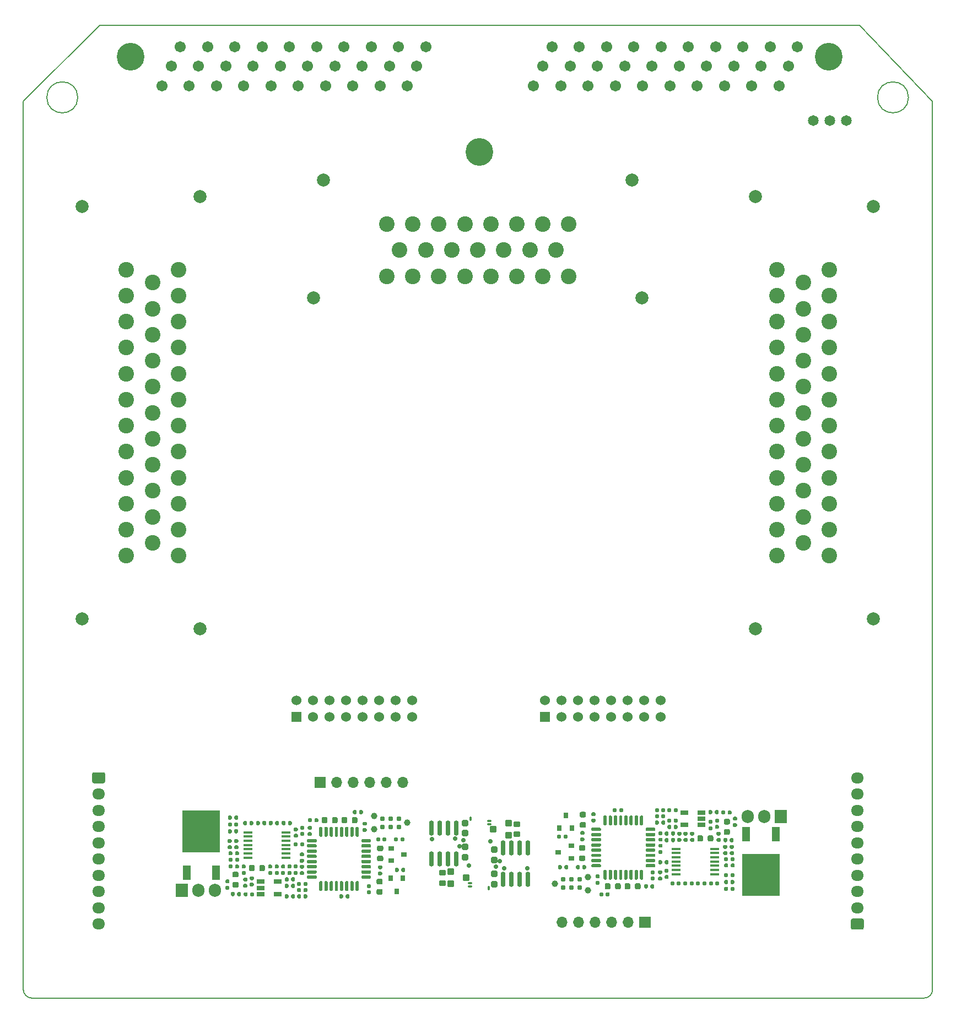
<source format=gts>
G75*
G70*
%OFA0B0*%
%FSLAX25Y25*%
%IPPOS*%
%LPD*%
%AMOC8*
5,1,8,0,0,1.08239X$1,22.5*
%
%AMM10*
21,1,0.040950,0.030320,-0.000000,0.000000,270.000000*
21,1,0.028350,0.042910,-0.000000,0.000000,270.000000*
1,1,0.012600,-0.015160,-0.014170*
1,1,0.012600,-0.015160,0.014170*
1,1,0.012600,0.015160,0.014170*
1,1,0.012600,0.015160,-0.014170*
%
%AMM11*
21,1,0.038980,0.026770,-0.000000,0.000000,90.000000*
21,1,0.026770,0.038980,-0.000000,0.000000,90.000000*
1,1,0.012210,0.013390,0.013390*
1,1,0.012210,0.013390,-0.013390*
1,1,0.012210,-0.013390,-0.013390*
1,1,0.012210,-0.013390,0.013390*
%
%AMM12*
21,1,0.033070,0.030710,-0.000000,0.000000,270.000000*
21,1,0.022050,0.041730,-0.000000,0.000000,270.000000*
1,1,0.011020,-0.015350,-0.011020*
1,1,0.011020,-0.015350,0.011020*
1,1,0.011020,0.015350,0.011020*
1,1,0.011020,0.015350,-0.011020*
%
%AMM22*
21,1,0.040950,0.030320,0.000000,-0.000000,90.000000*
21,1,0.028350,0.042910,0.000000,-0.000000,90.000000*
1,1,0.012600,0.015160,0.014170*
1,1,0.012600,0.015160,-0.014170*
1,1,0.012600,-0.015160,-0.014170*
1,1,0.012600,-0.015160,0.014170*
%
%AMM23*
21,1,0.038980,0.026770,0.000000,-0.000000,270.000000*
21,1,0.026770,0.038980,0.000000,-0.000000,270.000000*
1,1,0.012210,-0.013390,-0.013390*
1,1,0.012210,-0.013390,0.013390*
1,1,0.012210,0.013390,0.013390*
1,1,0.012210,0.013390,-0.013390*
%
%AMM24*
21,1,0.033070,0.030710,0.000000,-0.000000,90.000000*
21,1,0.022050,0.041730,0.000000,-0.000000,90.000000*
1,1,0.011020,0.015350,0.011020*
1,1,0.011020,0.015350,-0.011020*
1,1,0.011020,-0.015350,-0.011020*
1,1,0.011020,-0.015350,0.011020*
%
%ADD10C,0.00787*%
%ADD120M10*%
%ADD121O,0.02913X0.09213*%
%ADD122M11*%
%ADD123M12*%
%ADD133M22*%
%ADD134M23*%
%ADD135M24*%
%ADD15C,0.09449*%
%ADD45C,0.16733*%
%ADD46C,0.06751*%
%ADD47C,0.06001*%
%ADD48C,0.06501*%
%ADD49C,0.07875*%
%ADD50O,0.06694X0.06694*%
%ADD51O,0.00985X0.01969*%
%ADD52O,0.01969X0.00985*%
%ADD53C,0.02363*%
%ADD54O,0.07678X0.06694*%
%ADD68R,0.07500X0.07874*%
%ADD69O,0.07500X0.07874*%
%ADD70R,0.03543X0.03150*%
%ADD71R,0.05709X0.01772*%
%ADD72R,0.04724X0.08661*%
%ADD73R,0.22835X0.25197*%
%ADD74R,0.04803X0.02559*%
%ADD75R,0.03150X0.03543*%
%ADD76C,0.03100*%
%ADD78C,0.03900*%
%ADD92O,0.02520X0.01535*%
%ADD93O,0.01535X0.02520*%
%ADD98C,0.02913*%
X0000000Y0000000D02*
%LPD*%
G01*
D10*
X0000000Y0005000D02*
X0000000Y0542693D01*
X0505989Y0589000D02*
X0046272Y0589000D01*
X0046272Y0589000D02*
X0000000Y0542693D01*
X0550000Y0005000D02*
X0550000Y0542693D01*
X0545000Y0000000D02*
G75*
G03*
X0550000Y0005000I0000000J0005000D01*
G01*
X0032875Y0545250D02*
G75*
G03*
X0032875Y0545250I-009375J0000000D01*
G01*
X0505989Y0589000D02*
X0550000Y0542693D01*
X0000000Y0005000D02*
G75*
G03*
X0005000Y0000000I0005000J0000000D01*
G01*
X0545000Y0000000D02*
X0005000Y0000000D01*
X0535405Y0545250D02*
G75*
G03*
X0535405Y0545250I-009375J0000000D01*
G01*
D45*
X0487106Y0569917D03*
X0064889Y0569917D03*
X0276000Y0512279D03*
D46*
X0468296Y0576019D03*
X0451797Y0576019D03*
X0435298Y0576019D03*
X0418798Y0576019D03*
X0402299Y0576019D03*
X0385800Y0576019D03*
X0369301Y0576019D03*
X0352802Y0576019D03*
X0336302Y0576019D03*
X0319803Y0576019D03*
X0243409Y0576019D03*
X0226910Y0576019D03*
X0210411Y0576019D03*
X0193912Y0576019D03*
X0177413Y0576019D03*
X0160913Y0576019D03*
X0144414Y0576019D03*
X0127915Y0576019D03*
X0111416Y0576019D03*
X0094917Y0576019D03*
X0462721Y0564109D03*
X0446222Y0564109D03*
X0429723Y0564109D03*
X0413224Y0564109D03*
X0396724Y0564109D03*
X0380225Y0564109D03*
X0363726Y0564109D03*
X0347227Y0564109D03*
X0330728Y0564109D03*
X0314228Y0564109D03*
X0237835Y0564109D03*
X0221335Y0564109D03*
X0204836Y0564109D03*
X0188337Y0564109D03*
X0171838Y0564109D03*
X0155339Y0564109D03*
X0138839Y0564109D03*
X0122340Y0564109D03*
X0105841Y0564109D03*
X0089342Y0564109D03*
X0457146Y0552200D03*
X0440647Y0552200D03*
X0424148Y0552200D03*
X0407649Y0552200D03*
X0391150Y0552200D03*
X0374650Y0552200D03*
X0358151Y0552200D03*
X0341652Y0552200D03*
X0325153Y0552200D03*
X0308654Y0552200D03*
X0232260Y0552200D03*
X0215761Y0552200D03*
X0199261Y0552200D03*
X0182762Y0552200D03*
X0166263Y0552200D03*
X0149764Y0552200D03*
X0133265Y0552200D03*
X0116765Y0552200D03*
X0100266Y0552200D03*
X0083767Y0552200D03*
G36*
G01*
X0312531Y0167160D02*
X0312531Y0173160D01*
G75*
G02*
X0312531Y0173160I0000000J0000000D01*
G01*
X0318531Y0173160D01*
G75*
G02*
X0318532Y0173160I0000000J0000000D01*
G01*
X0318532Y0167160D01*
G75*
G02*
X0318531Y0167160I0000000J0000000D01*
G01*
X0312531Y0167160D01*
G75*
G02*
X0312531Y0167160I0000000J0000000D01*
G01*
G37*
D47*
X0315531Y0180160D03*
X0325531Y0170160D03*
X0325531Y0180160D03*
X0335531Y0170160D03*
X0335531Y0180160D03*
X0345531Y0170160D03*
X0345531Y0180160D03*
X0355531Y0170160D03*
X0355531Y0180160D03*
X0365531Y0170160D03*
X0365531Y0180160D03*
X0375531Y0170160D03*
X0375531Y0180160D03*
X0385531Y0170160D03*
X0385531Y0180160D03*
G36*
G01*
X0162112Y0167160D02*
X0162112Y0173160D01*
G75*
G02*
X0162112Y0173160I0000000J0000000D01*
G01*
X0168112Y0173160D01*
G75*
G02*
X0168112Y0173160I0000000J0000000D01*
G01*
X0168112Y0167160D01*
G75*
G02*
X0168112Y0167160I0000000J0000000D01*
G01*
X0162112Y0167160D01*
G75*
G02*
X0162112Y0167160I0000000J0000000D01*
G01*
G37*
X0165112Y0180160D03*
X0175112Y0170160D03*
X0175112Y0180160D03*
X0185112Y0170160D03*
X0185112Y0180160D03*
X0195112Y0170160D03*
X0195112Y0180160D03*
X0205112Y0170160D03*
X0205112Y0180160D03*
X0215112Y0170160D03*
X0215112Y0180160D03*
X0225112Y0170160D03*
X0225112Y0180160D03*
X0235112Y0170160D03*
X0235112Y0180160D03*
D48*
X0497800Y0531110D03*
X0487800Y0531110D03*
X0477800Y0531110D03*
D49*
X0035508Y0229524D03*
X0106768Y0485035D03*
X0106768Y0223618D03*
X0181571Y0495272D03*
X0374091Y0424012D03*
X0514248Y0479130D03*
X0175665Y0424012D03*
X0442988Y0485035D03*
X0368185Y0495272D03*
X0514248Y0229524D03*
X0442988Y0223618D03*
X0035508Y0479130D03*
D15*
X0062280Y0440941D03*
X0062280Y0425193D03*
X0062280Y0409445D03*
X0062280Y0393697D03*
X0062280Y0377949D03*
X0062280Y0362201D03*
X0062280Y0346453D03*
X0062280Y0330705D03*
X0062280Y0314957D03*
X0062280Y0299209D03*
X0062280Y0283461D03*
X0062280Y0267713D03*
X0078028Y0433067D03*
X0078028Y0417319D03*
X0078028Y0401571D03*
X0078028Y0385823D03*
X0078028Y0370075D03*
X0078028Y0354327D03*
X0078028Y0338579D03*
X0078028Y0322831D03*
X0078028Y0307083D03*
X0078028Y0291335D03*
X0078028Y0275587D03*
X0093776Y0440941D03*
X0093776Y0425193D03*
X0093776Y0409445D03*
X0093776Y0393697D03*
X0093776Y0377949D03*
X0093776Y0362201D03*
X0093776Y0346453D03*
X0093776Y0330705D03*
X0093776Y0314957D03*
X0093776Y0299209D03*
X0093776Y0283461D03*
X0093776Y0267713D03*
X0329996Y0468500D03*
X0314248Y0468500D03*
X0298500Y0468500D03*
X0282752Y0468500D03*
X0267004Y0468500D03*
X0251256Y0468500D03*
X0235508Y0468500D03*
X0219760Y0468500D03*
X0322122Y0452752D03*
X0306374Y0452752D03*
X0290626Y0452752D03*
X0274878Y0452752D03*
X0259130Y0452752D03*
X0243382Y0452752D03*
X0227634Y0452752D03*
X0329996Y0437004D03*
X0314248Y0437004D03*
X0298500Y0437004D03*
X0282752Y0437004D03*
X0267004Y0437004D03*
X0251256Y0437004D03*
X0235508Y0437004D03*
X0219760Y0437004D03*
X0487476Y0267713D03*
X0487476Y0283461D03*
X0487476Y0299209D03*
X0487476Y0314957D03*
X0487476Y0330705D03*
X0487476Y0346453D03*
X0487476Y0362201D03*
X0487476Y0377949D03*
X0487476Y0393697D03*
X0487476Y0409445D03*
X0487476Y0425193D03*
X0487476Y0440941D03*
X0471728Y0275587D03*
X0471728Y0291335D03*
X0471728Y0307083D03*
X0471728Y0322831D03*
X0471728Y0338579D03*
X0471728Y0354327D03*
X0471728Y0370075D03*
X0471728Y0385823D03*
X0471728Y0401571D03*
X0471728Y0417319D03*
X0471728Y0433067D03*
X0455980Y0267713D03*
X0455980Y0283461D03*
X0455980Y0299209D03*
X0455980Y0314957D03*
X0455980Y0330705D03*
X0455980Y0346453D03*
X0455980Y0362201D03*
X0455980Y0377949D03*
X0455980Y0393697D03*
X0455980Y0409445D03*
X0455980Y0425193D03*
X0455980Y0440941D03*
G36*
G01*
X0182846Y0127153D02*
X0176154Y0127153D01*
G75*
G02*
X0176153Y0127154I0000000J0000000D01*
G01*
X0176153Y0133846D01*
G75*
G02*
X0176154Y0133847I0000000J0000000D01*
G01*
X0182846Y0133847D01*
G75*
G02*
X0182847Y0133846I0000000J0000000D01*
G01*
X0182847Y0127154D01*
G75*
G02*
X0182846Y0127153I0000000J0000000D01*
G01*
G37*
D50*
X0189500Y0130500D03*
X0199500Y0130500D03*
X0209500Y0130500D03*
X0219500Y0130500D03*
X0229500Y0130500D03*
D51*
X0281625Y0066577D03*
D52*
X0281822Y0107325D03*
X0281822Y0105356D03*
D53*
X0285955Y0079569D03*
X0288022Y0083014D03*
X0290975Y0078388D03*
X0304951Y0078683D03*
G36*
G01*
X0042646Y0136670D02*
X0048354Y0136670D01*
G75*
G02*
X0049339Y0135685I0000000J-000985D01*
G01*
X0049339Y0130961D01*
G75*
G02*
X0048354Y0129976I-000985J0000000D01*
G01*
X0042646Y0129976D01*
G75*
G02*
X0041661Y0130961I0000000J0000985D01*
G01*
X0041661Y0135685D01*
G75*
G02*
X0042646Y0136670I0000985J0000000D01*
G01*
G37*
D54*
X0045500Y0123480D03*
X0045500Y0113638D03*
X0045500Y0103795D03*
X0045500Y0093953D03*
X0045500Y0084110D03*
X0045500Y0074268D03*
X0045500Y0064425D03*
X0045500Y0054583D03*
X0045500Y0044740D03*
D51*
X0270375Y0108407D03*
D52*
X0270178Y0067659D03*
X0270178Y0069628D03*
D53*
X0266045Y0095415D03*
X0263978Y0091970D03*
X0261025Y0096596D03*
X0247049Y0096301D03*
G36*
G01*
X0372654Y0049347D02*
X0379346Y0049347D01*
G75*
G02*
X0379347Y0049346I0000000J0000000D01*
G01*
X0379347Y0042654D01*
G75*
G02*
X0379346Y0042653I0000000J0000000D01*
G01*
X0372654Y0042653D01*
G75*
G02*
X0372653Y0042654I0000000J0000000D01*
G01*
X0372653Y0049346D01*
G75*
G02*
X0372654Y0049347I0000000J0000000D01*
G01*
G37*
D50*
X0366000Y0046000D03*
X0356000Y0046000D03*
X0346000Y0046000D03*
X0336000Y0046000D03*
X0326000Y0046000D03*
G36*
G01*
X0507354Y0041393D02*
X0501646Y0041393D01*
G75*
G02*
X0500661Y0042378I0000000J0000985D01*
G01*
X0500661Y0047102D01*
G75*
G02*
X0501646Y0048087I0000985J0000000D01*
G01*
X0507354Y0048087D01*
G75*
G02*
X0508339Y0047102I0000000J-000985D01*
G01*
X0508339Y0042378D01*
G75*
G02*
X0507354Y0041393I-000985J0000000D01*
G01*
G37*
D54*
X0504500Y0054583D03*
X0504500Y0064425D03*
X0504500Y0074268D03*
X0504500Y0084110D03*
X0504500Y0093953D03*
X0504500Y0103795D03*
X0504500Y0113638D03*
X0504500Y0123480D03*
X0504500Y0133323D03*
X0236386Y0116862D02*
%LPD*%
G01*
D68*
X0095677Y0065287D03*
D69*
X0105677Y0065287D03*
X0115677Y0065287D03*
G36*
G01*
X0167793Y0080563D02*
X0169152Y0080563D01*
G75*
G02*
X0169732Y0079982I0000000J-000581D01*
G01*
X0169732Y0078821D01*
G75*
G02*
X0169152Y0078240I-000581J0000000D01*
G01*
X0167793Y0078240D01*
G75*
G02*
X0167213Y0078821I0000000J0000581D01*
G01*
X0167213Y0079982D01*
G75*
G02*
X0167793Y0080563I0000581J0000000D01*
G01*
G37*
G36*
G01*
X0167793Y0076744D02*
X0169152Y0076744D01*
G75*
G02*
X0169732Y0076163I0000000J-000581D01*
G01*
X0169732Y0075002D01*
G75*
G02*
X0169152Y0074421I-000581J0000000D01*
G01*
X0167793Y0074421D01*
G75*
G02*
X0167213Y0075002I0000000J0000581D01*
G01*
X0167213Y0076163D01*
G75*
G02*
X0167793Y0076744I0000581J0000000D01*
G01*
G37*
G36*
G01*
X0132971Y0105220D02*
X0132971Y0106579D01*
G75*
G02*
X0133551Y0107159I0000581J0000000D01*
G01*
X0134713Y0107159D01*
G75*
G02*
X0135293Y0106579I0000000J-000581D01*
G01*
X0135293Y0105220D01*
G75*
G02*
X0134713Y0104640I-000581J0000000D01*
G01*
X0133551Y0104640D01*
G75*
G02*
X0132971Y0105220I0000000J0000581D01*
G01*
G37*
G36*
G01*
X0136790Y0105220D02*
X0136790Y0106579D01*
G75*
G02*
X0137370Y0107159I0000581J0000000D01*
G01*
X0138532Y0107159D01*
G75*
G02*
X0139112Y0106579I0000000J-000581D01*
G01*
X0139112Y0105220D01*
G75*
G02*
X0138532Y0104640I-000581J0000000D01*
G01*
X0137370Y0104640D01*
G75*
G02*
X0136790Y0105220I0000000J0000581D01*
G01*
G37*
G36*
G01*
X0130362Y0080329D02*
X0130362Y0078970D01*
G75*
G02*
X0129782Y0078390I-000581J0000000D01*
G01*
X0128620Y0078390D01*
G75*
G02*
X0128040Y0078970I0000000J0000581D01*
G01*
X0128040Y0080329D01*
G75*
G02*
X0128620Y0080909I0000581J0000000D01*
G01*
X0129782Y0080909D01*
G75*
G02*
X0130362Y0080329I0000000J-000581D01*
G01*
G37*
G36*
G01*
X0126543Y0080329D02*
X0126543Y0078970D01*
G75*
G02*
X0125963Y0078390I-000581J0000000D01*
G01*
X0124801Y0078390D01*
G75*
G02*
X0124221Y0078970I0000000J0000581D01*
G01*
X0124221Y0080329D01*
G75*
G02*
X0124801Y0080909I0000581J0000000D01*
G01*
X0125963Y0080909D01*
G75*
G02*
X0126543Y0080329I0000000J-000581D01*
G01*
G37*
G36*
G01*
X0230386Y0096710D02*
X0230386Y0095352D01*
G75*
G02*
X0229805Y0094771I-000581J0000000D01*
G01*
X0228644Y0094771D01*
G75*
G02*
X0228063Y0095352I0000000J0000581D01*
G01*
X0228063Y0096710D01*
G75*
G02*
X0228644Y0097291I0000581J0000000D01*
G01*
X0229805Y0097291D01*
G75*
G02*
X0230386Y0096710I0000000J-000581D01*
G01*
G37*
G36*
G01*
X0226567Y0096710D02*
X0226567Y0095352D01*
G75*
G02*
X0225986Y0094771I-000581J0000000D01*
G01*
X0224825Y0094771D01*
G75*
G02*
X0224244Y0095352I0000000J0000581D01*
G01*
X0224244Y0096710D01*
G75*
G02*
X0224825Y0097291I0000581J0000000D01*
G01*
X0225986Y0097291D01*
G75*
G02*
X0226567Y0096710I0000000J-000581D01*
G01*
G37*
G36*
G01*
X0216824Y0082708D02*
X0214806Y0082708D01*
G75*
G02*
X0213945Y0083570I0000000J0000861D01*
G01*
X0213945Y0085292D01*
G75*
G02*
X0214806Y0086153I0000861J0000000D01*
G01*
X0216824Y0086153D01*
G75*
G02*
X0217685Y0085292I0000000J-000861D01*
G01*
X0217685Y0083570D01*
G75*
G02*
X0216824Y0082708I-000861J0000000D01*
G01*
G37*
G36*
G01*
X0216824Y0088909D02*
X0214806Y0088909D01*
G75*
G02*
X0213945Y0089770I0000000J0000861D01*
G01*
X0213945Y0091493D01*
G75*
G02*
X0214806Y0092354I0000861J0000000D01*
G01*
X0216824Y0092354D01*
G75*
G02*
X0217685Y0091493I0000000J-000861D01*
G01*
X0217685Y0089770D01*
G75*
G02*
X0216824Y0088909I-000861J0000000D01*
G01*
G37*
G36*
G01*
X0146114Y0079658D02*
X0146114Y0077641D01*
G75*
G02*
X0145253Y0076779I-000861J0000000D01*
G01*
X0143531Y0076779D01*
G75*
G02*
X0142669Y0077641I0000000J0000861D01*
G01*
X0142669Y0079658D01*
G75*
G02*
X0143531Y0080519I0000861J0000000D01*
G01*
X0145253Y0080519D01*
G75*
G02*
X0146114Y0079658I0000000J-000861D01*
G01*
G37*
G36*
G01*
X0139914Y0079658D02*
X0139914Y0077641D01*
G75*
G02*
X0139052Y0076779I-000861J0000000D01*
G01*
X0137330Y0076779D01*
G75*
G02*
X0136469Y0077641I0000000J0000861D01*
G01*
X0136469Y0079658D01*
G75*
G02*
X0137330Y0080519I0000861J0000000D01*
G01*
X0139052Y0080519D01*
G75*
G02*
X0139914Y0079658I0000000J-000861D01*
G01*
G37*
G36*
G01*
X0140721Y0105220D02*
X0140721Y0106579D01*
G75*
G02*
X0141301Y0107159I0000581J0000000D01*
G01*
X0142463Y0107159D01*
G75*
G02*
X0143043Y0106579I0000000J-000581D01*
G01*
X0143043Y0105220D01*
G75*
G02*
X0142463Y0104640I-000581J0000000D01*
G01*
X0141301Y0104640D01*
G75*
G02*
X0140721Y0105220I0000000J0000581D01*
G01*
G37*
G36*
G01*
X0144540Y0105220D02*
X0144540Y0106579D01*
G75*
G02*
X0145120Y0107159I0000581J0000000D01*
G01*
X0146282Y0107159D01*
G75*
G02*
X0146862Y0106579I0000000J-000581D01*
G01*
X0146862Y0105220D01*
G75*
G02*
X0146282Y0104640I-000581J0000000D01*
G01*
X0145120Y0104640D01*
G75*
G02*
X0144540Y0105220I0000000J0000581D01*
G01*
G37*
G36*
G01*
X0128612Y0088720D02*
X0129971Y0088720D01*
G75*
G02*
X0130551Y0088140I0000000J-000581D01*
G01*
X0130551Y0086978D01*
G75*
G02*
X0129971Y0086397I-000581J0000000D01*
G01*
X0128612Y0086397D01*
G75*
G02*
X0128032Y0086978I0000000J0000581D01*
G01*
X0128032Y0088140D01*
G75*
G02*
X0128612Y0088720I0000581J0000000D01*
G01*
G37*
G36*
G01*
X0128612Y0084901D02*
X0129971Y0084901D01*
G75*
G02*
X0130551Y0084321I0000000J-000581D01*
G01*
X0130551Y0083159D01*
G75*
G02*
X0129971Y0082579I-000581J0000000D01*
G01*
X0128612Y0082579D01*
G75*
G02*
X0128032Y0083159I0000000J0000581D01*
G01*
X0128032Y0084321D01*
G75*
G02*
X0128612Y0084901I0000581J0000000D01*
G01*
G37*
G36*
G01*
X0134900Y0066744D02*
X0133542Y0066744D01*
G75*
G02*
X0132961Y0067325I0000000J0000581D01*
G01*
X0132961Y0068486D01*
G75*
G02*
X0133542Y0069067I0000581J0000000D01*
G01*
X0134900Y0069067D01*
G75*
G02*
X0135480Y0068486I0000000J-000581D01*
G01*
X0135480Y0067325D01*
G75*
G02*
X0134900Y0066744I-000581J0000000D01*
G01*
G37*
G36*
G01*
X0134900Y0070563D02*
X0133542Y0070563D01*
G75*
G02*
X0132961Y0071143I0000000J0000581D01*
G01*
X0132961Y0072305D01*
G75*
G02*
X0133542Y0072886I0000581J0000000D01*
G01*
X0134900Y0072886D01*
G75*
G02*
X0135480Y0072305I0000000J-000581D01*
G01*
X0135480Y0071143D01*
G75*
G02*
X0134900Y0070563I-000581J0000000D01*
G01*
G37*
G36*
G01*
X0139457Y0063407D02*
X0139457Y0062049D01*
G75*
G02*
X0138876Y0061468I-000581J0000000D01*
G01*
X0137715Y0061468D01*
G75*
G02*
X0137134Y0062049I0000000J0000581D01*
G01*
X0137134Y0063407D01*
G75*
G02*
X0137715Y0063988I0000581J0000000D01*
G01*
X0138876Y0063988D01*
G75*
G02*
X0139457Y0063407I0000000J-000581D01*
G01*
G37*
G36*
G01*
X0135638Y0063407D02*
X0135638Y0062049D01*
G75*
G02*
X0135057Y0061468I-000581J0000000D01*
G01*
X0133896Y0061468D01*
G75*
G02*
X0133315Y0062049I0000000J0000581D01*
G01*
X0133315Y0063407D01*
G75*
G02*
X0133896Y0063988I0000581J0000000D01*
G01*
X0135057Y0063988D01*
G75*
G02*
X0135638Y0063407I0000000J-000581D01*
G01*
G37*
G36*
G01*
X0164260Y0062226D02*
X0164260Y0060868D01*
G75*
G02*
X0163679Y0060287I-000581J0000000D01*
G01*
X0162518Y0060287D01*
G75*
G02*
X0161937Y0060868I0000000J0000581D01*
G01*
X0161937Y0062226D01*
G75*
G02*
X0162518Y0062807I0000581J0000000D01*
G01*
X0163679Y0062807D01*
G75*
G02*
X0164260Y0062226I0000000J-000581D01*
G01*
G37*
G36*
G01*
X0160441Y0062226D02*
X0160441Y0060868D01*
G75*
G02*
X0159860Y0060287I-000581J0000000D01*
G01*
X0158699Y0060287D01*
G75*
G02*
X0158118Y0060868I0000000J0000581D01*
G01*
X0158118Y0062226D01*
G75*
G02*
X0158699Y0062807I0000581J0000000D01*
G01*
X0159860Y0062807D01*
G75*
G02*
X0160441Y0062226I0000000J-000581D01*
G01*
G37*
G36*
G01*
X0148471Y0105220D02*
X0148471Y0106579D01*
G75*
G02*
X0149051Y0107159I0000581J0000000D01*
G01*
X0150213Y0107159D01*
G75*
G02*
X0150793Y0106579I0000000J-000581D01*
G01*
X0150793Y0105220D01*
G75*
G02*
X0150213Y0104640I-000581J0000000D01*
G01*
X0149051Y0104640D01*
G75*
G02*
X0148471Y0105220I0000000J0000581D01*
G01*
G37*
G36*
G01*
X0152290Y0105220D02*
X0152290Y0106579D01*
G75*
G02*
X0152870Y0107159I0000581J0000000D01*
G01*
X0154032Y0107159D01*
G75*
G02*
X0154612Y0106579I0000000J-000581D01*
G01*
X0154612Y0105220D01*
G75*
G02*
X0154032Y0104640I-000581J0000000D01*
G01*
X0152870Y0104640D01*
G75*
G02*
X0152290Y0105220I0000000J0000581D01*
G01*
G37*
G36*
G01*
X0156221Y0105220D02*
X0156221Y0106579D01*
G75*
G02*
X0156801Y0107159I0000581J0000000D01*
G01*
X0157963Y0107159D01*
G75*
G02*
X0158543Y0106579I0000000J-000581D01*
G01*
X0158543Y0105220D01*
G75*
G02*
X0157963Y0104640I-000581J0000000D01*
G01*
X0156801Y0104640D01*
G75*
G02*
X0156221Y0105220I0000000J0000581D01*
G01*
G37*
G36*
G01*
X0160040Y0105220D02*
X0160040Y0106579D01*
G75*
G02*
X0160620Y0107159I0000581J0000000D01*
G01*
X0161782Y0107159D01*
G75*
G02*
X0162362Y0106579I0000000J-000581D01*
G01*
X0162362Y0105220D01*
G75*
G02*
X0161782Y0104640I-000581J0000000D01*
G01*
X0160620Y0104640D01*
G75*
G02*
X0160040Y0105220I0000000J0000581D01*
G01*
G37*
G36*
G01*
X0132612Y0080720D02*
X0133971Y0080720D01*
G75*
G02*
X0134551Y0080140I0000000J-000581D01*
G01*
X0134551Y0078978D01*
G75*
G02*
X0133971Y0078397I-000581J0000000D01*
G01*
X0132612Y0078397D01*
G75*
G02*
X0132032Y0078978I0000000J0000581D01*
G01*
X0132032Y0080140D01*
G75*
G02*
X0132612Y0080720I0000581J0000000D01*
G01*
G37*
G36*
G01*
X0132612Y0076901D02*
X0133971Y0076901D01*
G75*
G02*
X0134551Y0076321I0000000J-000581D01*
G01*
X0134551Y0075159D01*
G75*
G02*
X0133971Y0074579I-000581J0000000D01*
G01*
X0132612Y0074579D01*
G75*
G02*
X0132032Y0075159I0000000J0000581D01*
G01*
X0132032Y0076321D01*
G75*
G02*
X0132612Y0076901I0000581J0000000D01*
G01*
G37*
D70*
X0222378Y0090671D03*
X0222378Y0083191D03*
X0230252Y0086931D03*
D71*
X0158906Y0084972D03*
X0158906Y0087531D03*
X0158906Y0090090D03*
X0158906Y0092649D03*
X0158906Y0095208D03*
X0158906Y0097768D03*
X0158906Y0100327D03*
X0135677Y0100327D03*
X0135677Y0097768D03*
X0135677Y0095208D03*
X0135677Y0092649D03*
X0135677Y0090090D03*
X0135677Y0087531D03*
X0135677Y0084972D03*
G36*
G01*
X0124612Y0088720D02*
X0125971Y0088720D01*
G75*
G02*
X0126551Y0088140I0000000J-000581D01*
G01*
X0126551Y0086978D01*
G75*
G02*
X0125971Y0086397I-000581J0000000D01*
G01*
X0124612Y0086397D01*
G75*
G02*
X0124032Y0086978I0000000J0000581D01*
G01*
X0124032Y0088140D01*
G75*
G02*
X0124612Y0088720I0000581J0000000D01*
G01*
G37*
G36*
G01*
X0124612Y0084901D02*
X0125971Y0084901D01*
G75*
G02*
X0126551Y0084321I0000000J-000581D01*
G01*
X0126551Y0083159D01*
G75*
G02*
X0125971Y0082579I-000581J0000000D01*
G01*
X0124612Y0082579D01*
G75*
G02*
X0124032Y0083159I0000000J0000581D01*
G01*
X0124032Y0084321D01*
G75*
G02*
X0124612Y0084901I0000581J0000000D01*
G01*
G37*
G36*
G01*
X0171740Y0065966D02*
X0171740Y0064608D01*
G75*
G02*
X0171160Y0064027I-000581J0000000D01*
G01*
X0169998Y0064027D01*
G75*
G02*
X0169417Y0064608I0000000J0000581D01*
G01*
X0169417Y0065966D01*
G75*
G02*
X0169998Y0066547I0000581J0000000D01*
G01*
X0171160Y0066547D01*
G75*
G02*
X0171740Y0065966I0000000J-000581D01*
G01*
G37*
G36*
G01*
X0167921Y0065966D02*
X0167921Y0064608D01*
G75*
G02*
X0167341Y0064027I-000581J0000000D01*
G01*
X0166179Y0064027D01*
G75*
G02*
X0165599Y0064608I0000000J0000581D01*
G01*
X0165599Y0065966D01*
G75*
G02*
X0166179Y0066547I0000581J0000000D01*
G01*
X0167341Y0066547D01*
G75*
G02*
X0167921Y0065966I0000000J-000581D01*
G01*
G37*
G36*
G01*
X0165599Y0060868D02*
X0165599Y0062226D01*
G75*
G02*
X0166179Y0062807I0000581J0000000D01*
G01*
X0167341Y0062807D01*
G75*
G02*
X0167921Y0062226I0000000J-000581D01*
G01*
X0167921Y0060868D01*
G75*
G02*
X0167341Y0060287I-000581J0000000D01*
G01*
X0166179Y0060287D01*
G75*
G02*
X0165599Y0060868I0000000J0000581D01*
G01*
G37*
G36*
G01*
X0169417Y0060868D02*
X0169417Y0062226D01*
G75*
G02*
X0169998Y0062807I0000581J0000000D01*
G01*
X0171160Y0062807D01*
G75*
G02*
X0171740Y0062226I0000000J-000581D01*
G01*
X0171740Y0060868D01*
G75*
G02*
X0171160Y0060287I-000581J0000000D01*
G01*
X0169998Y0060287D01*
G75*
G02*
X0169417Y0060868I0000000J0000581D01*
G01*
G37*
G36*
G01*
X0169152Y0081901D02*
X0167793Y0081901D01*
G75*
G02*
X0167213Y0082482I0000000J0000581D01*
G01*
X0167213Y0083643D01*
G75*
G02*
X0167793Y0084224I0000581J0000000D01*
G01*
X0169152Y0084224D01*
G75*
G02*
X0169732Y0083643I0000000J-000581D01*
G01*
X0169732Y0082482D01*
G75*
G02*
X0169152Y0081901I-000581J0000000D01*
G01*
G37*
G36*
G01*
X0169152Y0085720D02*
X0167793Y0085720D01*
G75*
G02*
X0167213Y0086301I0000000J0000581D01*
G01*
X0167213Y0087462D01*
G75*
G02*
X0167793Y0088043I0000581J0000000D01*
G01*
X0169152Y0088043D01*
G75*
G02*
X0169732Y0087462I0000000J-000581D01*
G01*
X0169732Y0086301D01*
G75*
G02*
X0169152Y0085720I-000581J0000000D01*
G01*
G37*
G36*
G01*
X0122715Y0071705D02*
X0124073Y0071705D01*
G75*
G02*
X0124654Y0071124I0000000J-000581D01*
G01*
X0124654Y0069962D01*
G75*
G02*
X0124073Y0069382I-000581J0000000D01*
G01*
X0122715Y0069382D01*
G75*
G02*
X0122134Y0069962I0000000J0000581D01*
G01*
X0122134Y0071124D01*
G75*
G02*
X0122715Y0071705I0000581J0000000D01*
G01*
G37*
G36*
G01*
X0122715Y0067886D02*
X0124073Y0067886D01*
G75*
G02*
X0124654Y0067305I0000000J-000581D01*
G01*
X0124654Y0066143D01*
G75*
G02*
X0124073Y0065563I-000581J0000000D01*
G01*
X0122715Y0065563D01*
G75*
G02*
X0122134Y0066143I0000000J0000581D01*
G01*
X0122134Y0067305D01*
G75*
G02*
X0122715Y0067886I0000581J0000000D01*
G01*
G37*
G36*
G01*
X0197272Y0062226D02*
X0197272Y0060868D01*
G75*
G02*
X0196691Y0060287I-000581J0000000D01*
G01*
X0195530Y0060287D01*
G75*
G02*
X0194949Y0060868I0000000J0000581D01*
G01*
X0194949Y0062226D01*
G75*
G02*
X0195530Y0062807I0000581J0000000D01*
G01*
X0196691Y0062807D01*
G75*
G02*
X0197272Y0062226I0000000J-000581D01*
G01*
G37*
G36*
G01*
X0193453Y0062226D02*
X0193453Y0060868D01*
G75*
G02*
X0192872Y0060287I-000581J0000000D01*
G01*
X0191711Y0060287D01*
G75*
G02*
X0191130Y0060868I0000000J0000581D01*
G01*
X0191130Y0062226D01*
G75*
G02*
X0191711Y0062807I0000581J0000000D01*
G01*
X0192872Y0062807D01*
G75*
G02*
X0193453Y0062226I0000000J-000581D01*
G01*
G37*
G36*
G01*
X0173876Y0098043D02*
X0172518Y0098043D01*
G75*
G02*
X0171937Y0098624I0000000J0000581D01*
G01*
X0171937Y0099785D01*
G75*
G02*
X0172518Y0100366I0000581J0000000D01*
G01*
X0173876Y0100366D01*
G75*
G02*
X0174457Y0099785I0000000J-000581D01*
G01*
X0174457Y0098624D01*
G75*
G02*
X0173876Y0098043I-000581J0000000D01*
G01*
G37*
G36*
G01*
X0173876Y0101862D02*
X0172518Y0101862D01*
G75*
G02*
X0171937Y0102443I0000000J0000581D01*
G01*
X0171937Y0103604D01*
G75*
G02*
X0172518Y0104185I0000581J0000000D01*
G01*
X0173876Y0104185D01*
G75*
G02*
X0174457Y0103604I0000000J-000581D01*
G01*
X0174457Y0102443D01*
G75*
G02*
X0173876Y0101862I-000581J0000000D01*
G01*
G37*
G36*
G01*
X0208345Y0068949D02*
X0209703Y0068949D01*
G75*
G02*
X0210284Y0068368I0000000J-000581D01*
G01*
X0210284Y0067206D01*
G75*
G02*
X0209703Y0066626I-000581J0000000D01*
G01*
X0208345Y0066626D01*
G75*
G02*
X0207764Y0067206I0000000J0000581D01*
G01*
X0207764Y0068368D01*
G75*
G02*
X0208345Y0068949I0000581J0000000D01*
G01*
G37*
G36*
G01*
X0208345Y0065130D02*
X0209703Y0065130D01*
G75*
G02*
X0210284Y0064549I0000000J-000581D01*
G01*
X0210284Y0063388D01*
G75*
G02*
X0209703Y0062807I-000581J0000000D01*
G01*
X0208345Y0062807D01*
G75*
G02*
X0207764Y0063388I0000000J0000581D01*
G01*
X0207764Y0064549D01*
G75*
G02*
X0208345Y0065130I0000581J0000000D01*
G01*
G37*
D72*
X0116622Y0075917D03*
D73*
X0107646Y0100720D03*
D72*
X0098669Y0075917D03*
G36*
G01*
X0129870Y0109864D02*
X0129870Y0108506D01*
G75*
G02*
X0129290Y0107925I-000581J0000000D01*
G01*
X0128128Y0107925D01*
G75*
G02*
X0127547Y0108506I0000000J0000581D01*
G01*
X0127547Y0109864D01*
G75*
G02*
X0128128Y0110445I0000581J0000000D01*
G01*
X0129290Y0110445D01*
G75*
G02*
X0129870Y0109864I0000000J-000581D01*
G01*
G37*
G36*
G01*
X0126051Y0109864D02*
X0126051Y0108506D01*
G75*
G02*
X0125471Y0107925I-000581J0000000D01*
G01*
X0124309Y0107925D01*
G75*
G02*
X0123729Y0108506I0000000J0000581D01*
G01*
X0123729Y0109864D01*
G75*
G02*
X0124309Y0110445I0000581J0000000D01*
G01*
X0125471Y0110445D01*
G75*
G02*
X0126051Y0109864I0000000J-000581D01*
G01*
G37*
G36*
G01*
X0167990Y0104185D02*
X0169349Y0104185D01*
G75*
G02*
X0169929Y0103604I0000000J-000581D01*
G01*
X0169929Y0102443D01*
G75*
G02*
X0169349Y0101862I-000581J0000000D01*
G01*
X0167990Y0101862D01*
G75*
G02*
X0167410Y0102443I0000000J0000581D01*
G01*
X0167410Y0103604D01*
G75*
G02*
X0167990Y0104185I0000581J0000000D01*
G01*
G37*
G36*
G01*
X0167990Y0100366D02*
X0169349Y0100366D01*
G75*
G02*
X0169929Y0099785I0000000J-000581D01*
G01*
X0169929Y0098624D01*
G75*
G02*
X0169349Y0098043I-000581J0000000D01*
G01*
X0167990Y0098043D01*
G75*
G02*
X0167410Y0098624I0000000J0000581D01*
G01*
X0167410Y0099785D01*
G75*
G02*
X0167990Y0100366I0000581J0000000D01*
G01*
G37*
G36*
G01*
X0131642Y0063604D02*
X0131642Y0062246D01*
G75*
G02*
X0131061Y0061665I-000581J0000000D01*
G01*
X0129900Y0061665D01*
G75*
G02*
X0129319Y0062246I0000000J0000581D01*
G01*
X0129319Y0063604D01*
G75*
G02*
X0129900Y0064185I0000581J0000000D01*
G01*
X0131061Y0064185D01*
G75*
G02*
X0131642Y0063604I0000000J-000581D01*
G01*
G37*
G36*
G01*
X0127823Y0063604D02*
X0127823Y0062246D01*
G75*
G02*
X0127242Y0061665I-000581J0000000D01*
G01*
X0126081Y0061665D01*
G75*
G02*
X0125500Y0062246I0000000J0000581D01*
G01*
X0125500Y0063604D01*
G75*
G02*
X0126081Y0064185I0000581J0000000D01*
G01*
X0127242Y0064185D01*
G75*
G02*
X0127823Y0063604I0000000J-000581D01*
G01*
G37*
G36*
G01*
X0165471Y0097079D02*
X0164112Y0097079D01*
G75*
G02*
X0163532Y0097659I0000000J0000581D01*
G01*
X0163532Y0098821D01*
G75*
G02*
X0164112Y0099401I0000581J0000000D01*
G01*
X0165471Y0099401D01*
G75*
G02*
X0166051Y0098821I0000000J-000581D01*
G01*
X0166051Y0097659D01*
G75*
G02*
X0165471Y0097079I-000581J0000000D01*
G01*
G37*
G36*
G01*
X0165471Y0100897D02*
X0164112Y0100897D01*
G75*
G02*
X0163532Y0101478I0000000J0000581D01*
G01*
X0163532Y0102640D01*
G75*
G02*
X0164112Y0103220I0000581J0000000D01*
G01*
X0165471Y0103220D01*
G75*
G02*
X0166051Y0102640I0000000J-000581D01*
G01*
X0166051Y0101478D01*
G75*
G02*
X0165471Y0100897I-000581J0000000D01*
G01*
G37*
G36*
G01*
X0219575Y0096675D02*
X0219575Y0095317D01*
G75*
G02*
X0218994Y0094736I-000581J0000000D01*
G01*
X0217833Y0094736D01*
G75*
G02*
X0217252Y0095317I0000000J0000581D01*
G01*
X0217252Y0096675D01*
G75*
G02*
X0217833Y0097256I0000581J0000000D01*
G01*
X0218994Y0097256D01*
G75*
G02*
X0219575Y0096675I0000000J-000581D01*
G01*
G37*
G36*
G01*
X0215756Y0096675D02*
X0215756Y0095317D01*
G75*
G02*
X0215175Y0094736I-000581J0000000D01*
G01*
X0214014Y0094736D01*
G75*
G02*
X0213433Y0095317I0000000J0000581D01*
G01*
X0213433Y0096675D01*
G75*
G02*
X0214014Y0097256I0000581J0000000D01*
G01*
X0215175Y0097256D01*
G75*
G02*
X0215756Y0096675I0000000J-000581D01*
G01*
G37*
G36*
G01*
X0180469Y0106641D02*
X0180469Y0108658D01*
G75*
G02*
X0181330Y0109519I0000861J0000000D01*
G01*
X0183052Y0109519D01*
G75*
G02*
X0183914Y0108658I0000000J-000861D01*
G01*
X0183914Y0106641D01*
G75*
G02*
X0183052Y0105779I-000861J0000000D01*
G01*
X0181330Y0105779D01*
G75*
G02*
X0180469Y0106641I0000000J0000861D01*
G01*
G37*
G36*
G01*
X0186669Y0106641D02*
X0186669Y0108658D01*
G75*
G02*
X0187531Y0109519I0000861J0000000D01*
G01*
X0189253Y0109519D01*
G75*
G02*
X0190114Y0108658I0000000J-000861D01*
G01*
X0190114Y0106641D01*
G75*
G02*
X0189253Y0105779I-000861J0000000D01*
G01*
X0187531Y0105779D01*
G75*
G02*
X0186669Y0106641I0000000J0000861D01*
G01*
G37*
G36*
G01*
X0172221Y0106970D02*
X0172221Y0108329D01*
G75*
G02*
X0172801Y0108909I0000581J0000000D01*
G01*
X0173963Y0108909D01*
G75*
G02*
X0174543Y0108329I0000000J-000581D01*
G01*
X0174543Y0106970D01*
G75*
G02*
X0173963Y0106390I-000581J0000000D01*
G01*
X0172801Y0106390D01*
G75*
G02*
X0172221Y0106970I0000000J0000581D01*
G01*
G37*
G36*
G01*
X0176040Y0106970D02*
X0176040Y0108329D01*
G75*
G02*
X0176620Y0108909I0000581J0000000D01*
G01*
X0177782Y0108909D01*
G75*
G02*
X0178362Y0108329I0000000J-000581D01*
G01*
X0178362Y0106970D01*
G75*
G02*
X0177782Y0106390I-000581J0000000D01*
G01*
X0176620Y0106390D01*
G75*
G02*
X0176040Y0106970I0000000J0000581D01*
G01*
G37*
G36*
G01*
X0159721Y0078970D02*
X0159721Y0080329D01*
G75*
G02*
X0160301Y0080909I0000581J0000000D01*
G01*
X0161463Y0080909D01*
G75*
G02*
X0162043Y0080329I0000000J-000581D01*
G01*
X0162043Y0078970D01*
G75*
G02*
X0161463Y0078390I-000581J0000000D01*
G01*
X0160301Y0078390D01*
G75*
G02*
X0159721Y0078970I0000000J0000581D01*
G01*
G37*
G36*
G01*
X0163540Y0078970D02*
X0163540Y0080329D01*
G75*
G02*
X0164120Y0080909I0000581J0000000D01*
G01*
X0165282Y0080909D01*
G75*
G02*
X0165862Y0080329I0000000J-000581D01*
G01*
X0165862Y0078970D01*
G75*
G02*
X0165282Y0078390I-000581J0000000D01*
G01*
X0164120Y0078390D01*
G75*
G02*
X0163540Y0078970I0000000J0000581D01*
G01*
G37*
G36*
G01*
X0153971Y0074579D02*
X0152612Y0074579D01*
G75*
G02*
X0152032Y0075159I0000000J0000581D01*
G01*
X0152032Y0076321D01*
G75*
G02*
X0152612Y0076901I0000581J0000000D01*
G01*
X0153971Y0076901D01*
G75*
G02*
X0154551Y0076321I0000000J-000581D01*
G01*
X0154551Y0075159D01*
G75*
G02*
X0153971Y0074579I-000581J0000000D01*
G01*
G37*
G36*
G01*
X0153971Y0078397D02*
X0152612Y0078397D01*
G75*
G02*
X0152032Y0078978I0000000J0000581D01*
G01*
X0152032Y0080140D01*
G75*
G02*
X0152612Y0080720I0000581J0000000D01*
G01*
X0153971Y0080720D01*
G75*
G02*
X0154551Y0080140I0000000J-000581D01*
G01*
X0154551Y0078978D01*
G75*
G02*
X0153971Y0078397I-000581J0000000D01*
G01*
G37*
G36*
G01*
X0157734Y0074579D02*
X0156376Y0074579D01*
G75*
G02*
X0155795Y0075159I0000000J0000581D01*
G01*
X0155795Y0076321D01*
G75*
G02*
X0156376Y0076901I0000581J0000000D01*
G01*
X0157734Y0076901D01*
G75*
G02*
X0158315Y0076321I0000000J-000581D01*
G01*
X0158315Y0075159D01*
G75*
G02*
X0157734Y0074579I-000581J0000000D01*
G01*
G37*
G36*
G01*
X0157734Y0078397D02*
X0156376Y0078397D01*
G75*
G02*
X0155795Y0078978I0000000J0000581D01*
G01*
X0155795Y0080140D01*
G75*
G02*
X0156376Y0080720I0000581J0000000D01*
G01*
X0157734Y0080720D01*
G75*
G02*
X0158315Y0080140I0000000J-000581D01*
G01*
X0158315Y0078978D01*
G75*
G02*
X0157734Y0078397I-000581J0000000D01*
G01*
G37*
G36*
G01*
X0159721Y0074970D02*
X0159721Y0076329D01*
G75*
G02*
X0160301Y0076909I0000581J0000000D01*
G01*
X0161463Y0076909D01*
G75*
G02*
X0162043Y0076329I0000000J-000581D01*
G01*
X0162043Y0074970D01*
G75*
G02*
X0161463Y0074390I-000581J0000000D01*
G01*
X0160301Y0074390D01*
G75*
G02*
X0159721Y0074970I0000000J0000581D01*
G01*
G37*
G36*
G01*
X0163540Y0074970D02*
X0163540Y0076329D01*
G75*
G02*
X0164120Y0076909I0000581J0000000D01*
G01*
X0165282Y0076909D01*
G75*
G02*
X0165862Y0076329I0000000J-000581D01*
G01*
X0165862Y0074970D01*
G75*
G02*
X0165282Y0074390I-000581J0000000D01*
G01*
X0164120Y0074390D01*
G75*
G02*
X0163540Y0074970I0000000J0000581D01*
G01*
G37*
D74*
X0143630Y0070405D03*
X0143630Y0066665D03*
X0143630Y0062925D03*
X0153945Y0062925D03*
X0153945Y0070405D03*
G36*
G01*
X0149971Y0074579D02*
X0148612Y0074579D01*
G75*
G02*
X0148032Y0075159I0000000J0000581D01*
G01*
X0148032Y0076321D01*
G75*
G02*
X0148612Y0076901I0000581J0000000D01*
G01*
X0149971Y0076901D01*
G75*
G02*
X0150551Y0076321I0000000J-000581D01*
G01*
X0150551Y0075159D01*
G75*
G02*
X0149971Y0074579I-000581J0000000D01*
G01*
G37*
G36*
G01*
X0149971Y0078397D02*
X0148612Y0078397D01*
G75*
G02*
X0148032Y0078978I0000000J0000581D01*
G01*
X0148032Y0080140D01*
G75*
G02*
X0148612Y0080720I0000581J0000000D01*
G01*
X0149971Y0080720D01*
G75*
G02*
X0150551Y0080140I0000000J-000581D01*
G01*
X0150551Y0078978D01*
G75*
G02*
X0149971Y0078397I-000581J0000000D01*
G01*
G37*
G36*
G01*
X0138837Y0067531D02*
X0137479Y0067531D01*
G75*
G02*
X0136898Y0068112I0000000J0000581D01*
G01*
X0136898Y0069273D01*
G75*
G02*
X0137479Y0069854I0000581J0000000D01*
G01*
X0138837Y0069854D01*
G75*
G02*
X0139417Y0069273I0000000J-000581D01*
G01*
X0139417Y0068112D01*
G75*
G02*
X0138837Y0067531I-000581J0000000D01*
G01*
G37*
G36*
G01*
X0138837Y0071350D02*
X0137479Y0071350D01*
G75*
G02*
X0136898Y0071931I0000000J0000581D01*
G01*
X0136898Y0073092D01*
G75*
G02*
X0137479Y0073673I0000581J0000000D01*
G01*
X0138837Y0073673D01*
G75*
G02*
X0139417Y0073092I0000000J-000581D01*
G01*
X0139417Y0071931D01*
G75*
G02*
X0138837Y0071350I-000581J0000000D01*
G01*
G37*
G36*
G01*
X0125471Y0090079D02*
X0124112Y0090079D01*
G75*
G02*
X0123532Y0090659I0000000J0000581D01*
G01*
X0123532Y0091821D01*
G75*
G02*
X0124112Y0092401I0000581J0000000D01*
G01*
X0125471Y0092401D01*
G75*
G02*
X0126051Y0091821I0000000J-000581D01*
G01*
X0126051Y0090659D01*
G75*
G02*
X0125471Y0090079I-000581J0000000D01*
G01*
G37*
G36*
G01*
X0125471Y0093897D02*
X0124112Y0093897D01*
G75*
G02*
X0123532Y0094478I0000000J0000581D01*
G01*
X0123532Y0095640D01*
G75*
G02*
X0124112Y0096220I0000581J0000000D01*
G01*
X0125471Y0096220D01*
G75*
G02*
X0126051Y0095640I0000000J-000581D01*
G01*
X0126051Y0094478D01*
G75*
G02*
X0125471Y0093897I-000581J0000000D01*
G01*
G37*
G36*
G01*
X0127283Y0076472D02*
X0129300Y0076472D01*
G75*
G02*
X0130162Y0075611I0000000J-000861D01*
G01*
X0130162Y0073889D01*
G75*
G02*
X0129300Y0073027I-000861J0000000D01*
G01*
X0127283Y0073027D01*
G75*
G02*
X0126421Y0073889I0000000J0000861D01*
G01*
X0126421Y0075611D01*
G75*
G02*
X0127283Y0076472I0000861J0000000D01*
G01*
G37*
G36*
G01*
X0127283Y0070271D02*
X0129300Y0070271D01*
G75*
G02*
X0130162Y0069410I0000000J-000861D01*
G01*
X0130162Y0067688D01*
G75*
G02*
X0129300Y0066827I-000861J0000000D01*
G01*
X0127283Y0066827D01*
G75*
G02*
X0126421Y0067688I0000000J0000861D01*
G01*
X0126421Y0069410D01*
G75*
G02*
X0127283Y0070271I0000861J0000000D01*
G01*
G37*
G36*
G01*
X0129870Y0101596D02*
X0129870Y0100238D01*
G75*
G02*
X0129290Y0099657I-000581J0000000D01*
G01*
X0128128Y0099657D01*
G75*
G02*
X0127547Y0100238I0000000J0000581D01*
G01*
X0127547Y0101596D01*
G75*
G02*
X0128128Y0102177I0000581J0000000D01*
G01*
X0129290Y0102177D01*
G75*
G02*
X0129870Y0101596I0000000J-000581D01*
G01*
G37*
G36*
G01*
X0126051Y0101596D02*
X0126051Y0100238D01*
G75*
G02*
X0125471Y0099657I-000581J0000000D01*
G01*
X0124309Y0099657D01*
G75*
G02*
X0123729Y0100238I0000000J0000581D01*
G01*
X0123729Y0101596D01*
G75*
G02*
X0124309Y0102177I0000581J0000000D01*
G01*
X0125471Y0102177D01*
G75*
G02*
X0126051Y0101596I0000000J-000581D01*
G01*
G37*
G36*
G01*
X0123729Y0104372D02*
X0123729Y0105730D01*
G75*
G02*
X0124309Y0106311I0000581J0000000D01*
G01*
X0125471Y0106311D01*
G75*
G02*
X0126051Y0105730I0000000J-000581D01*
G01*
X0126051Y0104372D01*
G75*
G02*
X0125471Y0103791I-000581J0000000D01*
G01*
X0124309Y0103791D01*
G75*
G02*
X0123729Y0104372I0000000J0000581D01*
G01*
G37*
G36*
G01*
X0127547Y0104372D02*
X0127547Y0105730D01*
G75*
G02*
X0128128Y0106311I0000581J0000000D01*
G01*
X0129290Y0106311D01*
G75*
G02*
X0129870Y0105730I0000000J-000581D01*
G01*
X0129870Y0104372D01*
G75*
G02*
X0129290Y0103791I-000581J0000000D01*
G01*
X0128128Y0103791D01*
G75*
G02*
X0127547Y0104372I0000000J0000581D01*
G01*
G37*
G36*
G01*
X0202114Y0108658D02*
X0202114Y0106641D01*
G75*
G02*
X0201253Y0105779I-000861J0000000D01*
G01*
X0199531Y0105779D01*
G75*
G02*
X0198669Y0106641I0000000J0000861D01*
G01*
X0198669Y0108658D01*
G75*
G02*
X0199531Y0109519I0000861J0000000D01*
G01*
X0201253Y0109519D01*
G75*
G02*
X0202114Y0108658I0000000J-000861D01*
G01*
G37*
G36*
G01*
X0195914Y0108658D02*
X0195914Y0106641D01*
G75*
G02*
X0195052Y0105779I-000861J0000000D01*
G01*
X0193330Y0105779D01*
G75*
G02*
X0192469Y0106641I0000000J0000861D01*
G01*
X0192469Y0108658D01*
G75*
G02*
X0193330Y0109519I0000861J0000000D01*
G01*
X0195052Y0109519D01*
G75*
G02*
X0195914Y0108658I0000000J-000861D01*
G01*
G37*
G36*
G01*
X0205343Y0113210D02*
X0205343Y0111852D01*
G75*
G02*
X0204762Y0111271I-000581J0000000D01*
G01*
X0203601Y0111271D01*
G75*
G02*
X0203020Y0111852I0000000J0000581D01*
G01*
X0203020Y0113210D01*
G75*
G02*
X0203601Y0113791I0000581J0000000D01*
G01*
X0204762Y0113791D01*
G75*
G02*
X0205343Y0113210I0000000J-000581D01*
G01*
G37*
G36*
G01*
X0201524Y0113210D02*
X0201524Y0111852D01*
G75*
G02*
X0200943Y0111271I-000581J0000000D01*
G01*
X0199782Y0111271D01*
G75*
G02*
X0199201Y0111852I0000000J0000581D01*
G01*
X0199201Y0113210D01*
G75*
G02*
X0199782Y0113791I0000581J0000000D01*
G01*
X0200943Y0113791D01*
G75*
G02*
X0201524Y0113210I0000000J-000581D01*
G01*
G37*
G36*
G01*
X0158118Y0071104D02*
X0158118Y0072462D01*
G75*
G02*
X0158699Y0073043I0000581J0000000D01*
G01*
X0159860Y0073043D01*
G75*
G02*
X0160441Y0072462I0000000J-000581D01*
G01*
X0160441Y0071104D01*
G75*
G02*
X0159860Y0070523I-000581J0000000D01*
G01*
X0158699Y0070523D01*
G75*
G02*
X0158118Y0071104I0000000J0000581D01*
G01*
G37*
G36*
G01*
X0161937Y0071104D02*
X0161937Y0072462D01*
G75*
G02*
X0162518Y0073043I0000581J0000000D01*
G01*
X0163679Y0073043D01*
G75*
G02*
X0164260Y0072462I0000000J-000581D01*
G01*
X0164260Y0071104D01*
G75*
G02*
X0163679Y0070523I-000581J0000000D01*
G01*
X0162518Y0070523D01*
G75*
G02*
X0161937Y0071104I0000000J0000581D01*
G01*
G37*
G36*
G01*
X0171524Y0094716D02*
X0171524Y0095701D01*
G75*
G02*
X0172016Y0096193I0000492J0000000D01*
G01*
X0176937Y0096193D01*
G75*
G02*
X0177429Y0095701I0000000J-000492D01*
G01*
X0177429Y0094716D01*
G75*
G02*
X0176937Y0094224I-000492J0000000D01*
G01*
X0172016Y0094224D01*
G75*
G02*
X0171524Y0094716I0000000J0000492D01*
G01*
G37*
G36*
G01*
X0171524Y0091567D02*
X0171524Y0092551D01*
G75*
G02*
X0172016Y0093043I0000492J0000000D01*
G01*
X0176937Y0093043D01*
G75*
G02*
X0177429Y0092551I0000000J-000492D01*
G01*
X0177429Y0091567D01*
G75*
G02*
X0176937Y0091075I-000492J0000000D01*
G01*
X0172016Y0091075D01*
G75*
G02*
X0171524Y0091567I0000000J0000492D01*
G01*
G37*
G36*
G01*
X0171524Y0088417D02*
X0171524Y0089401D01*
G75*
G02*
X0172016Y0089893I0000492J0000000D01*
G01*
X0176937Y0089893D01*
G75*
G02*
X0177429Y0089401I0000000J-000492D01*
G01*
X0177429Y0088417D01*
G75*
G02*
X0176937Y0087925I-000492J0000000D01*
G01*
X0172016Y0087925D01*
G75*
G02*
X0171524Y0088417I0000000J0000492D01*
G01*
G37*
G36*
G01*
X0171524Y0085268D02*
X0171524Y0086252D01*
G75*
G02*
X0172016Y0086744I0000492J0000000D01*
G01*
X0176937Y0086744D01*
G75*
G02*
X0177429Y0086252I0000000J-000492D01*
G01*
X0177429Y0085268D01*
G75*
G02*
X0176937Y0084775I-000492J0000000D01*
G01*
X0172016Y0084775D01*
G75*
G02*
X0171524Y0085268I0000000J0000492D01*
G01*
G37*
G36*
G01*
X0171524Y0082118D02*
X0171524Y0083102D01*
G75*
G02*
X0172016Y0083594I0000492J0000000D01*
G01*
X0176937Y0083594D01*
G75*
G02*
X0177429Y0083102I0000000J-000492D01*
G01*
X0177429Y0082118D01*
G75*
G02*
X0176937Y0081626I-000492J0000000D01*
G01*
X0172016Y0081626D01*
G75*
G02*
X0171524Y0082118I0000000J0000492D01*
G01*
G37*
G36*
G01*
X0171524Y0078968D02*
X0171524Y0079953D01*
G75*
G02*
X0172016Y0080445I0000492J0000000D01*
G01*
X0176937Y0080445D01*
G75*
G02*
X0177429Y0079953I0000000J-000492D01*
G01*
X0177429Y0078968D01*
G75*
G02*
X0176937Y0078476I-000492J0000000D01*
G01*
X0172016Y0078476D01*
G75*
G02*
X0171524Y0078968I0000000J0000492D01*
G01*
G37*
G36*
G01*
X0171524Y0075819D02*
X0171524Y0076803D01*
G75*
G02*
X0172016Y0077295I0000492J0000000D01*
G01*
X0176937Y0077295D01*
G75*
G02*
X0177429Y0076803I0000000J-000492D01*
G01*
X0177429Y0075819D01*
G75*
G02*
X0176937Y0075327I-000492J0000000D01*
G01*
X0172016Y0075327D01*
G75*
G02*
X0171524Y0075819I0000000J0000492D01*
G01*
G37*
G36*
G01*
X0171524Y0072669D02*
X0171524Y0073653D01*
G75*
G02*
X0172016Y0074145I0000492J0000000D01*
G01*
X0176937Y0074145D01*
G75*
G02*
X0177429Y0073653I0000000J-000492D01*
G01*
X0177429Y0072669D01*
G75*
G02*
X0176937Y0072177I-000492J0000000D01*
G01*
X0172016Y0072177D01*
G75*
G02*
X0171524Y0072669I0000000J0000492D01*
G01*
G37*
G36*
G01*
X0178906Y0065287D02*
X0178906Y0070208D01*
G75*
G02*
X0179398Y0070701I0000492J0000000D01*
G01*
X0180382Y0070701D01*
G75*
G02*
X0180874Y0070208I0000000J-000492D01*
G01*
X0180874Y0065287D01*
G75*
G02*
X0180382Y0064795I-000492J0000000D01*
G01*
X0179398Y0064795D01*
G75*
G02*
X0178906Y0065287I0000000J0000492D01*
G01*
G37*
G36*
G01*
X0182055Y0065287D02*
X0182055Y0070208D01*
G75*
G02*
X0182547Y0070701I0000492J0000000D01*
G01*
X0183532Y0070701D01*
G75*
G02*
X0184024Y0070208I0000000J-000492D01*
G01*
X0184024Y0065287D01*
G75*
G02*
X0183532Y0064795I-000492J0000000D01*
G01*
X0182547Y0064795D01*
G75*
G02*
X0182055Y0065287I0000000J0000492D01*
G01*
G37*
G36*
G01*
X0185205Y0065287D02*
X0185205Y0070208D01*
G75*
G02*
X0185697Y0070701I0000492J0000000D01*
G01*
X0186681Y0070701D01*
G75*
G02*
X0187173Y0070208I0000000J-000492D01*
G01*
X0187173Y0065287D01*
G75*
G02*
X0186681Y0064795I-000492J0000000D01*
G01*
X0185697Y0064795D01*
G75*
G02*
X0185205Y0065287I0000000J0000492D01*
G01*
G37*
G36*
G01*
X0188355Y0065287D02*
X0188355Y0070208D01*
G75*
G02*
X0188847Y0070701I0000492J0000000D01*
G01*
X0189831Y0070701D01*
G75*
G02*
X0190323Y0070208I0000000J-000492D01*
G01*
X0190323Y0065287D01*
G75*
G02*
X0189831Y0064795I-000492J0000000D01*
G01*
X0188847Y0064795D01*
G75*
G02*
X0188355Y0065287I0000000J0000492D01*
G01*
G37*
G36*
G01*
X0191504Y0065287D02*
X0191504Y0070208D01*
G75*
G02*
X0191996Y0070701I0000492J0000000D01*
G01*
X0192980Y0070701D01*
G75*
G02*
X0193473Y0070208I0000000J-000492D01*
G01*
X0193473Y0065287D01*
G75*
G02*
X0192980Y0064795I-000492J0000000D01*
G01*
X0191996Y0064795D01*
G75*
G02*
X0191504Y0065287I0000000J0000492D01*
G01*
G37*
G36*
G01*
X0194654Y0065287D02*
X0194654Y0070208D01*
G75*
G02*
X0195146Y0070701I0000492J0000000D01*
G01*
X0196130Y0070701D01*
G75*
G02*
X0196622Y0070208I0000000J-000492D01*
G01*
X0196622Y0065287D01*
G75*
G02*
X0196130Y0064795I-000492J0000000D01*
G01*
X0195146Y0064795D01*
G75*
G02*
X0194654Y0065287I0000000J0000492D01*
G01*
G37*
G36*
G01*
X0197803Y0065287D02*
X0197803Y0070208D01*
G75*
G02*
X0198295Y0070701I0000492J0000000D01*
G01*
X0199280Y0070701D01*
G75*
G02*
X0199772Y0070208I0000000J-000492D01*
G01*
X0199772Y0065287D01*
G75*
G02*
X0199280Y0064795I-000492J0000000D01*
G01*
X0198295Y0064795D01*
G75*
G02*
X0197803Y0065287I0000000J0000492D01*
G01*
G37*
G36*
G01*
X0200953Y0065287D02*
X0200953Y0070208D01*
G75*
G02*
X0201445Y0070701I0000492J0000000D01*
G01*
X0202429Y0070701D01*
G75*
G02*
X0202921Y0070208I0000000J-000492D01*
G01*
X0202921Y0065287D01*
G75*
G02*
X0202429Y0064795I-000492J0000000D01*
G01*
X0201445Y0064795D01*
G75*
G02*
X0200953Y0065287I0000000J0000492D01*
G01*
G37*
G36*
G01*
X0204398Y0072669D02*
X0204398Y0073653D01*
G75*
G02*
X0204890Y0074145I0000492J0000000D01*
G01*
X0209811Y0074145D01*
G75*
G02*
X0210303Y0073653I0000000J-000492D01*
G01*
X0210303Y0072669D01*
G75*
G02*
X0209811Y0072177I-000492J0000000D01*
G01*
X0204890Y0072177D01*
G75*
G02*
X0204398Y0072669I0000000J0000492D01*
G01*
G37*
G36*
G01*
X0204398Y0075819D02*
X0204398Y0076803D01*
G75*
G02*
X0204890Y0077295I0000492J0000000D01*
G01*
X0209811Y0077295D01*
G75*
G02*
X0210303Y0076803I0000000J-000492D01*
G01*
X0210303Y0075819D01*
G75*
G02*
X0209811Y0075327I-000492J0000000D01*
G01*
X0204890Y0075327D01*
G75*
G02*
X0204398Y0075819I0000000J0000492D01*
G01*
G37*
G36*
G01*
X0204398Y0078968D02*
X0204398Y0079953D01*
G75*
G02*
X0204890Y0080445I0000492J0000000D01*
G01*
X0209811Y0080445D01*
G75*
G02*
X0210303Y0079953I0000000J-000492D01*
G01*
X0210303Y0078968D01*
G75*
G02*
X0209811Y0078476I-000492J0000000D01*
G01*
X0204890Y0078476D01*
G75*
G02*
X0204398Y0078968I0000000J0000492D01*
G01*
G37*
G36*
G01*
X0204398Y0082118D02*
X0204398Y0083102D01*
G75*
G02*
X0204890Y0083594I0000492J0000000D01*
G01*
X0209811Y0083594D01*
G75*
G02*
X0210303Y0083102I0000000J-000492D01*
G01*
X0210303Y0082118D01*
G75*
G02*
X0209811Y0081626I-000492J0000000D01*
G01*
X0204890Y0081626D01*
G75*
G02*
X0204398Y0082118I0000000J0000492D01*
G01*
G37*
G36*
G01*
X0204398Y0085268D02*
X0204398Y0086252D01*
G75*
G02*
X0204890Y0086744I0000492J0000000D01*
G01*
X0209811Y0086744D01*
G75*
G02*
X0210303Y0086252I0000000J-000492D01*
G01*
X0210303Y0085268D01*
G75*
G02*
X0209811Y0084775I-000492J0000000D01*
G01*
X0204890Y0084775D01*
G75*
G02*
X0204398Y0085268I0000000J0000492D01*
G01*
G37*
G36*
G01*
X0204398Y0088417D02*
X0204398Y0089401D01*
G75*
G02*
X0204890Y0089893I0000492J0000000D01*
G01*
X0209811Y0089893D01*
G75*
G02*
X0210303Y0089401I0000000J-000492D01*
G01*
X0210303Y0088417D01*
G75*
G02*
X0209811Y0087925I-000492J0000000D01*
G01*
X0204890Y0087925D01*
G75*
G02*
X0204398Y0088417I0000000J0000492D01*
G01*
G37*
G36*
G01*
X0204398Y0091567D02*
X0204398Y0092551D01*
G75*
G02*
X0204890Y0093043I0000492J0000000D01*
G01*
X0209811Y0093043D01*
G75*
G02*
X0210303Y0092551I0000000J-000492D01*
G01*
X0210303Y0091567D01*
G75*
G02*
X0209811Y0091075I-000492J0000000D01*
G01*
X0204890Y0091075D01*
G75*
G02*
X0204398Y0091567I0000000J0000492D01*
G01*
G37*
G36*
G01*
X0204398Y0094716D02*
X0204398Y0095701D01*
G75*
G02*
X0204890Y0096193I0000492J0000000D01*
G01*
X0209811Y0096193D01*
G75*
G02*
X0210303Y0095701I0000000J-000492D01*
G01*
X0210303Y0094716D01*
G75*
G02*
X0209811Y0094224I-000492J0000000D01*
G01*
X0204890Y0094224D01*
G75*
G02*
X0204398Y0094716I0000000J0000492D01*
G01*
G37*
G36*
G01*
X0200953Y0098161D02*
X0200953Y0103082D01*
G75*
G02*
X0201445Y0103575I0000492J0000000D01*
G01*
X0202429Y0103575D01*
G75*
G02*
X0202921Y0103082I0000000J-000492D01*
G01*
X0202921Y0098161D01*
G75*
G02*
X0202429Y0097669I-000492J0000000D01*
G01*
X0201445Y0097669D01*
G75*
G02*
X0200953Y0098161I0000000J0000492D01*
G01*
G37*
G36*
G01*
X0197803Y0098161D02*
X0197803Y0103082D01*
G75*
G02*
X0198295Y0103575I0000492J0000000D01*
G01*
X0199280Y0103575D01*
G75*
G02*
X0199772Y0103082I0000000J-000492D01*
G01*
X0199772Y0098161D01*
G75*
G02*
X0199280Y0097669I-000492J0000000D01*
G01*
X0198295Y0097669D01*
G75*
G02*
X0197803Y0098161I0000000J0000492D01*
G01*
G37*
G36*
G01*
X0194654Y0098161D02*
X0194654Y0103082D01*
G75*
G02*
X0195146Y0103575I0000492J0000000D01*
G01*
X0196130Y0103575D01*
G75*
G02*
X0196622Y0103082I0000000J-000492D01*
G01*
X0196622Y0098161D01*
G75*
G02*
X0196130Y0097669I-000492J0000000D01*
G01*
X0195146Y0097669D01*
G75*
G02*
X0194654Y0098161I0000000J0000492D01*
G01*
G37*
G36*
G01*
X0191504Y0098161D02*
X0191504Y0103082D01*
G75*
G02*
X0191996Y0103575I0000492J0000000D01*
G01*
X0192980Y0103575D01*
G75*
G02*
X0193473Y0103082I0000000J-000492D01*
G01*
X0193473Y0098161D01*
G75*
G02*
X0192980Y0097669I-000492J0000000D01*
G01*
X0191996Y0097669D01*
G75*
G02*
X0191504Y0098161I0000000J0000492D01*
G01*
G37*
G36*
G01*
X0188355Y0098161D02*
X0188355Y0103082D01*
G75*
G02*
X0188847Y0103575I0000492J0000000D01*
G01*
X0189831Y0103575D01*
G75*
G02*
X0190323Y0103082I0000000J-000492D01*
G01*
X0190323Y0098161D01*
G75*
G02*
X0189831Y0097669I-000492J0000000D01*
G01*
X0188847Y0097669D01*
G75*
G02*
X0188355Y0098161I0000000J0000492D01*
G01*
G37*
G36*
G01*
X0185205Y0098161D02*
X0185205Y0103082D01*
G75*
G02*
X0185697Y0103575I0000492J0000000D01*
G01*
X0186681Y0103575D01*
G75*
G02*
X0187173Y0103082I0000000J-000492D01*
G01*
X0187173Y0098161D01*
G75*
G02*
X0186681Y0097669I-000492J0000000D01*
G01*
X0185697Y0097669D01*
G75*
G02*
X0185205Y0098161I0000000J0000492D01*
G01*
G37*
G36*
G01*
X0182055Y0098161D02*
X0182055Y0103082D01*
G75*
G02*
X0182547Y0103575I0000492J0000000D01*
G01*
X0183532Y0103575D01*
G75*
G02*
X0184024Y0103082I0000000J-000492D01*
G01*
X0184024Y0098161D01*
G75*
G02*
X0183532Y0097669I-000492J0000000D01*
G01*
X0182547Y0097669D01*
G75*
G02*
X0182055Y0098161I0000000J0000492D01*
G01*
G37*
G36*
G01*
X0178906Y0098161D02*
X0178906Y0103082D01*
G75*
G02*
X0179398Y0103575I0000492J0000000D01*
G01*
X0180382Y0103575D01*
G75*
G02*
X0180874Y0103082I0000000J-000492D01*
G01*
X0180874Y0098161D01*
G75*
G02*
X0180382Y0097669I-000492J0000000D01*
G01*
X0179398Y0097669D01*
G75*
G02*
X0178906Y0098161I0000000J0000492D01*
G01*
G37*
G36*
G01*
X0171740Y0069706D02*
X0171740Y0068348D01*
G75*
G02*
X0171160Y0067768I-000581J0000000D01*
G01*
X0169998Y0067768D01*
G75*
G02*
X0169417Y0068348I0000000J0000581D01*
G01*
X0169417Y0069706D01*
G75*
G02*
X0169998Y0070287I0000581J0000000D01*
G01*
X0171160Y0070287D01*
G75*
G02*
X0171740Y0069706I0000000J-000581D01*
G01*
G37*
G36*
G01*
X0167921Y0069706D02*
X0167921Y0068348D01*
G75*
G02*
X0167341Y0067768I-000581J0000000D01*
G01*
X0166179Y0067768D01*
G75*
G02*
X0165599Y0068348I0000000J0000581D01*
G01*
X0165599Y0069706D01*
G75*
G02*
X0166179Y0070287I0000581J0000000D01*
G01*
X0167341Y0070287D01*
G75*
G02*
X0167921Y0069706I0000000J-000581D01*
G01*
G37*
G36*
G01*
X0158118Y0067167D02*
X0158118Y0068525D01*
G75*
G02*
X0158699Y0069106I0000581J0000000D01*
G01*
X0159860Y0069106D01*
G75*
G02*
X0160441Y0068525I0000000J-000581D01*
G01*
X0160441Y0067167D01*
G75*
G02*
X0159860Y0066586I-000581J0000000D01*
G01*
X0158699Y0066586D01*
G75*
G02*
X0158118Y0067167I0000000J0000581D01*
G01*
G37*
G36*
G01*
X0161937Y0067167D02*
X0161937Y0068525D01*
G75*
G02*
X0162518Y0069106I0000581J0000000D01*
G01*
X0163679Y0069106D01*
G75*
G02*
X0164260Y0068525I0000000J-000581D01*
G01*
X0164260Y0067167D01*
G75*
G02*
X0163679Y0066586I-000581J0000000D01*
G01*
X0162518Y0066586D01*
G75*
G02*
X0161937Y0067167I0000000J0000581D01*
G01*
G37*
G36*
G01*
X0163630Y0092364D02*
X0163630Y0093722D01*
G75*
G02*
X0164211Y0094303I0000581J0000000D01*
G01*
X0165372Y0094303D01*
G75*
G02*
X0165953Y0093722I0000000J-000581D01*
G01*
X0165953Y0092364D01*
G75*
G02*
X0165372Y0091783I-000581J0000000D01*
G01*
X0164211Y0091783D01*
G75*
G02*
X0163630Y0092364I0000000J0000581D01*
G01*
G37*
G36*
G01*
X0167449Y0092364D02*
X0167449Y0093722D01*
G75*
G02*
X0168030Y0094303I0000581J0000000D01*
G01*
X0169191Y0094303D01*
G75*
G02*
X0169772Y0093722I0000000J-000581D01*
G01*
X0169772Y0092364D01*
G75*
G02*
X0169191Y0091783I-000581J0000000D01*
G01*
X0168030Y0091783D01*
G75*
G02*
X0167449Y0092364I0000000J0000581D01*
G01*
G37*
G36*
G01*
X0216425Y0074185D02*
X0215067Y0074185D01*
G75*
G02*
X0214486Y0074766I0000000J0000581D01*
G01*
X0214486Y0075927D01*
G75*
G02*
X0215067Y0076508I0000581J0000000D01*
G01*
X0216425Y0076508D01*
G75*
G02*
X0217006Y0075927I0000000J-000581D01*
G01*
X0217006Y0074766D01*
G75*
G02*
X0216425Y0074185I-000581J0000000D01*
G01*
G37*
G36*
G01*
X0216425Y0078004D02*
X0215067Y0078004D01*
G75*
G02*
X0214486Y0078585I0000000J0000581D01*
G01*
X0214486Y0079746D01*
G75*
G02*
X0215067Y0080327I0000581J0000000D01*
G01*
X0216425Y0080327D01*
G75*
G02*
X0217006Y0079746I0000000J-000581D01*
G01*
X0217006Y0078585D01*
G75*
G02*
X0216425Y0078004I-000581J0000000D01*
G01*
G37*
G36*
G01*
X0207144Y0100543D02*
X0205786Y0100543D01*
G75*
G02*
X0205205Y0101124I0000000J0000581D01*
G01*
X0205205Y0102285D01*
G75*
G02*
X0205786Y0102866I0000581J0000000D01*
G01*
X0207144Y0102866D01*
G75*
G02*
X0207725Y0102285I0000000J-000581D01*
G01*
X0207725Y0101124D01*
G75*
G02*
X0207144Y0100543I-000581J0000000D01*
G01*
G37*
G36*
G01*
X0207144Y0104362D02*
X0205786Y0104362D01*
G75*
G02*
X0205205Y0104943I0000000J0000581D01*
G01*
X0205205Y0106104D01*
G75*
G02*
X0205786Y0106685I0000581J0000000D01*
G01*
X0207144Y0106685D01*
G75*
G02*
X0207725Y0106104I0000000J-000581D01*
G01*
X0207725Y0104943D01*
G75*
G02*
X0207144Y0104362I-000581J0000000D01*
G01*
G37*
G36*
G01*
X0230886Y0078210D02*
X0230886Y0076852D01*
G75*
G02*
X0230305Y0076271I-000581J0000000D01*
G01*
X0229144Y0076271D01*
G75*
G02*
X0228563Y0076852I0000000J0000581D01*
G01*
X0228563Y0078210D01*
G75*
G02*
X0229144Y0078791I0000581J0000000D01*
G01*
X0230305Y0078791D01*
G75*
G02*
X0230886Y0078210I0000000J-000581D01*
G01*
G37*
G36*
G01*
X0227067Y0078210D02*
X0227067Y0076852D01*
G75*
G02*
X0226486Y0076271I-000581J0000000D01*
G01*
X0225325Y0076271D01*
G75*
G02*
X0224744Y0076852I0000000J0000581D01*
G01*
X0224744Y0078210D01*
G75*
G02*
X0225325Y0078791I0000581J0000000D01*
G01*
X0226486Y0078791D01*
G75*
G02*
X0227067Y0078210I0000000J-000581D01*
G01*
G37*
D75*
X0229555Y0072468D03*
X0222075Y0072468D03*
X0225815Y0064594D03*
G36*
G01*
X0128112Y0096220D02*
X0129471Y0096220D01*
G75*
G02*
X0130051Y0095640I0000000J-000581D01*
G01*
X0130051Y0094478D01*
G75*
G02*
X0129471Y0093897I-000581J0000000D01*
G01*
X0128112Y0093897D01*
G75*
G02*
X0127532Y0094478I0000000J0000581D01*
G01*
X0127532Y0095640D01*
G75*
G02*
X0128112Y0096220I0000581J0000000D01*
G01*
G37*
G36*
G01*
X0128112Y0092401D02*
X0129471Y0092401D01*
G75*
G02*
X0130051Y0091821I0000000J-000581D01*
G01*
X0130051Y0090659D01*
G75*
G02*
X0129471Y0090079I-000581J0000000D01*
G01*
X0128112Y0090079D01*
G75*
G02*
X0127532Y0090659I0000000J0000581D01*
G01*
X0127532Y0091821D01*
G75*
G02*
X0128112Y0092401I0000581J0000000D01*
G01*
G37*
G36*
G01*
X0216460Y0062551D02*
X0214442Y0062551D01*
G75*
G02*
X0213581Y0063412I0000000J0000861D01*
G01*
X0213581Y0065135D01*
G75*
G02*
X0214442Y0065996I0000861J0000000D01*
G01*
X0216460Y0065996D01*
G75*
G02*
X0217321Y0065135I0000000J-000861D01*
G01*
X0217321Y0063412D01*
G75*
G02*
X0216460Y0062551I-000861J0000000D01*
G01*
G37*
G36*
G01*
X0216460Y0068752D02*
X0214442Y0068752D01*
G75*
G02*
X0213581Y0069613I0000000J0000861D01*
G01*
X0213581Y0071336D01*
G75*
G02*
X0214442Y0072197I0000861J0000000D01*
G01*
X0216460Y0072197D01*
G75*
G02*
X0217321Y0071336I0000000J-000861D01*
G01*
X0217321Y0069613D01*
G75*
G02*
X0216460Y0068752I-000861J0000000D01*
G01*
G37*
D78*
X0232213Y0106035D03*
X0212213Y0110035D03*
X0212213Y0102035D03*
D76*
X0227213Y0108535D03*
X0227213Y0103535D03*
X0222213Y0108535D03*
X0222213Y0103535D03*
X0217213Y0108535D03*
X0217213Y0103535D03*
X0280542Y0109884D02*
G01*
G75*
D93*
X0281625Y0066577D02*
D03*
D92*
X0281822Y0107325D02*
D03*
X0281822Y0105356D02*
D03*
D133*
X0293554Y0098467D02*
D03*
X0284302Y0102207D02*
D03*
D133*
X0293554Y0105947D02*
D03*
D121*
X0305168Y0090908D02*
D03*
X0300168Y0090908D02*
D03*
X0295168Y0090908D02*
D03*
X0290168Y0090908D02*
D03*
X0305168Y0072010D02*
D03*
X0300168Y0072010D02*
D03*
X0295168Y0072010D02*
D03*
X0290168Y0072010D02*
D03*
D134*
X0284873Y0075199D02*
D03*
X0284873Y0068979D02*
D03*
X0284873Y0083545D02*
D03*
X0284873Y0089766D02*
D03*
D135*
X0298455Y0105357D02*
D03*
X0298455Y0099057D02*
D03*
D98*
X0282412Y0094727D02*
D03*
X0304951Y0078683D02*
D03*
X0290975Y0078388D02*
D03*
X0285955Y0079569D02*
D03*
X0288022Y0083014D02*
D03*
X0317449Y0058398D02*
%LPD*%
G01*
D68*
X0458158Y0109973D03*
D69*
X0448158Y0109973D03*
X0438158Y0109973D03*
G36*
G01*
X0386042Y0094697D02*
X0384683Y0094697D01*
G75*
G02*
X0384103Y0095278I0000000J0000581D01*
G01*
X0384103Y0096439D01*
G75*
G02*
X0384683Y0097020I0000581J0000000D01*
G01*
X0386042Y0097020D01*
G75*
G02*
X0386622Y0096439I0000000J-000581D01*
G01*
X0386622Y0095278D01*
G75*
G02*
X0386042Y0094697I-000581J0000000D01*
G01*
G37*
G36*
G01*
X0386042Y0098516D02*
X0384683Y0098516D01*
G75*
G02*
X0384103Y0099097I0000000J0000581D01*
G01*
X0384103Y0100258D01*
G75*
G02*
X0384683Y0100839I0000581J0000000D01*
G01*
X0386042Y0100839D01*
G75*
G02*
X0386622Y0100258I0000000J-000581D01*
G01*
X0386622Y0099097D01*
G75*
G02*
X0386042Y0098516I-000581J0000000D01*
G01*
G37*
G36*
G01*
X0420864Y0070040D02*
X0420864Y0068681D01*
G75*
G02*
X0420284Y0068101I-000581J0000000D01*
G01*
X0419122Y0068101D01*
G75*
G02*
X0418542Y0068681I0000000J0000581D01*
G01*
X0418542Y0070040D01*
G75*
G02*
X0419122Y0070620I0000581J0000000D01*
G01*
X0420284Y0070620D01*
G75*
G02*
X0420864Y0070040I0000000J-000581D01*
G01*
G37*
G36*
G01*
X0417045Y0070040D02*
X0417045Y0068681D01*
G75*
G02*
X0416465Y0068101I-000581J0000000D01*
G01*
X0415303Y0068101D01*
G75*
G02*
X0414723Y0068681I0000000J0000581D01*
G01*
X0414723Y0070040D01*
G75*
G02*
X0415303Y0070620I0000581J0000000D01*
G01*
X0416465Y0070620D01*
G75*
G02*
X0417045Y0070040I0000000J-000581D01*
G01*
G37*
G36*
G01*
X0423473Y0094931D02*
X0423473Y0096290D01*
G75*
G02*
X0424053Y0096870I0000581J0000000D01*
G01*
X0425215Y0096870D01*
G75*
G02*
X0425795Y0096290I0000000J-000581D01*
G01*
X0425795Y0094931D01*
G75*
G02*
X0425215Y0094351I-000581J0000000D01*
G01*
X0424053Y0094351D01*
G75*
G02*
X0423473Y0094931I0000000J0000581D01*
G01*
G37*
G36*
G01*
X0427292Y0094931D02*
X0427292Y0096290D01*
G75*
G02*
X0427872Y0096870I0000581J0000000D01*
G01*
X0429034Y0096870D01*
G75*
G02*
X0429614Y0096290I0000000J-000581D01*
G01*
X0429614Y0094931D01*
G75*
G02*
X0429034Y0094351I-000581J0000000D01*
G01*
X0427872Y0094351D01*
G75*
G02*
X0427292Y0094931I0000000J0000581D01*
G01*
G37*
G36*
G01*
X0323449Y0078550D02*
X0323449Y0079908D01*
G75*
G02*
X0324030Y0080489I0000581J0000000D01*
G01*
X0325191Y0080489D01*
G75*
G02*
X0325772Y0079908I0000000J-000581D01*
G01*
X0325772Y0078550D01*
G75*
G02*
X0325191Y0077969I-000581J0000000D01*
G01*
X0324030Y0077969D01*
G75*
G02*
X0323449Y0078550I0000000J0000581D01*
G01*
G37*
G36*
G01*
X0327268Y0078550D02*
X0327268Y0079908D01*
G75*
G02*
X0327849Y0080489I0000581J0000000D01*
G01*
X0329010Y0080489D01*
G75*
G02*
X0329591Y0079908I0000000J-000581D01*
G01*
X0329591Y0078550D01*
G75*
G02*
X0329010Y0077969I-000581J0000000D01*
G01*
X0327849Y0077969D01*
G75*
G02*
X0327268Y0078550I0000000J0000581D01*
G01*
G37*
G36*
G01*
X0337011Y0092552D02*
X0339029Y0092552D01*
G75*
G02*
X0339890Y0091690I0000000J-000861D01*
G01*
X0339890Y0089968D01*
G75*
G02*
X0339029Y0089107I-000861J0000000D01*
G01*
X0337011Y0089107D01*
G75*
G02*
X0336150Y0089968I0000000J0000861D01*
G01*
X0336150Y0091690D01*
G75*
G02*
X0337011Y0092552I0000861J0000000D01*
G01*
G37*
G36*
G01*
X0337011Y0086351D02*
X0339029Y0086351D01*
G75*
G02*
X0339890Y0085490I0000000J-000861D01*
G01*
X0339890Y0083767D01*
G75*
G02*
X0339029Y0082906I-000861J0000000D01*
G01*
X0337011Y0082906D01*
G75*
G02*
X0336150Y0083767I0000000J0000861D01*
G01*
X0336150Y0085490D01*
G75*
G02*
X0337011Y0086351I0000861J0000000D01*
G01*
G37*
G36*
G01*
X0407721Y0095602D02*
X0407721Y0097619D01*
G75*
G02*
X0408582Y0098481I0000861J0000000D01*
G01*
X0410304Y0098481D01*
G75*
G02*
X0411166Y0097619I0000000J-000861D01*
G01*
X0411166Y0095602D01*
G75*
G02*
X0410304Y0094741I-000861J0000000D01*
G01*
X0408582Y0094741D01*
G75*
G02*
X0407721Y0095602I0000000J0000861D01*
G01*
G37*
G36*
G01*
X0413921Y0095602D02*
X0413921Y0097619D01*
G75*
G02*
X0414783Y0098481I0000861J0000000D01*
G01*
X0416505Y0098481D01*
G75*
G02*
X0417366Y0097619I0000000J-000861D01*
G01*
X0417366Y0095602D01*
G75*
G02*
X0416505Y0094741I-000861J0000000D01*
G01*
X0414783Y0094741D01*
G75*
G02*
X0413921Y0095602I0000000J0000861D01*
G01*
G37*
G36*
G01*
X0413114Y0070040D02*
X0413114Y0068681D01*
G75*
G02*
X0412534Y0068101I-000581J0000000D01*
G01*
X0411372Y0068101D01*
G75*
G02*
X0410792Y0068681I0000000J0000581D01*
G01*
X0410792Y0070040D01*
G75*
G02*
X0411372Y0070620I0000581J0000000D01*
G01*
X0412534Y0070620D01*
G75*
G02*
X0413114Y0070040I0000000J-000581D01*
G01*
G37*
G36*
G01*
X0409295Y0070040D02*
X0409295Y0068681D01*
G75*
G02*
X0408715Y0068101I-000581J0000000D01*
G01*
X0407553Y0068101D01*
G75*
G02*
X0406973Y0068681I0000000J0000581D01*
G01*
X0406973Y0070040D01*
G75*
G02*
X0407553Y0070620I0000581J0000000D01*
G01*
X0408715Y0070620D01*
G75*
G02*
X0409295Y0070040I0000000J-000581D01*
G01*
G37*
G36*
G01*
X0425223Y0086540D02*
X0423864Y0086540D01*
G75*
G02*
X0423284Y0087120I0000000J0000581D01*
G01*
X0423284Y0088282D01*
G75*
G02*
X0423864Y0088863I0000581J0000000D01*
G01*
X0425223Y0088863D01*
G75*
G02*
X0425803Y0088282I0000000J-000581D01*
G01*
X0425803Y0087120D01*
G75*
G02*
X0425223Y0086540I-000581J0000000D01*
G01*
G37*
G36*
G01*
X0425223Y0090359D02*
X0423864Y0090359D01*
G75*
G02*
X0423284Y0090939I0000000J0000581D01*
G01*
X0423284Y0092101D01*
G75*
G02*
X0423864Y0092681I0000581J0000000D01*
G01*
X0425223Y0092681D01*
G75*
G02*
X0425803Y0092101I0000000J-000581D01*
G01*
X0425803Y0090939D01*
G75*
G02*
X0425223Y0090359I-000581J0000000D01*
G01*
G37*
G36*
G01*
X0418935Y0108516D02*
X0420293Y0108516D01*
G75*
G02*
X0420874Y0107935I0000000J-000581D01*
G01*
X0420874Y0106774D01*
G75*
G02*
X0420293Y0106193I-000581J0000000D01*
G01*
X0418935Y0106193D01*
G75*
G02*
X0418355Y0106774I0000000J0000581D01*
G01*
X0418355Y0107935D01*
G75*
G02*
X0418935Y0108516I0000581J0000000D01*
G01*
G37*
G36*
G01*
X0418935Y0104697D02*
X0420293Y0104697D01*
G75*
G02*
X0420874Y0104117I0000000J-000581D01*
G01*
X0420874Y0102955D01*
G75*
G02*
X0420293Y0102374I-000581J0000000D01*
G01*
X0418935Y0102374D01*
G75*
G02*
X0418355Y0102955I0000000J0000581D01*
G01*
X0418355Y0104117D01*
G75*
G02*
X0418935Y0104697I0000581J0000000D01*
G01*
G37*
G36*
G01*
X0414378Y0111853D02*
X0414378Y0113211D01*
G75*
G02*
X0414959Y0113792I0000581J0000000D01*
G01*
X0416120Y0113792D01*
G75*
G02*
X0416701Y0113211I0000000J-000581D01*
G01*
X0416701Y0111853D01*
G75*
G02*
X0416120Y0111272I-000581J0000000D01*
G01*
X0414959Y0111272D01*
G75*
G02*
X0414378Y0111853I0000000J0000581D01*
G01*
G37*
G36*
G01*
X0418197Y0111853D02*
X0418197Y0113211D01*
G75*
G02*
X0418778Y0113792I0000581J0000000D01*
G01*
X0419939Y0113792D01*
G75*
G02*
X0420520Y0113211I0000000J-000581D01*
G01*
X0420520Y0111853D01*
G75*
G02*
X0419939Y0111272I-000581J0000000D01*
G01*
X0418778Y0111272D01*
G75*
G02*
X0418197Y0111853I0000000J0000581D01*
G01*
G37*
G36*
G01*
X0389575Y0113034D02*
X0389575Y0114392D01*
G75*
G02*
X0390156Y0114973I0000581J0000000D01*
G01*
X0391317Y0114973D01*
G75*
G02*
X0391898Y0114392I0000000J-000581D01*
G01*
X0391898Y0113034D01*
G75*
G02*
X0391317Y0112453I-000581J0000000D01*
G01*
X0390156Y0112453D01*
G75*
G02*
X0389575Y0113034I0000000J0000581D01*
G01*
G37*
G36*
G01*
X0393394Y0113034D02*
X0393394Y0114392D01*
G75*
G02*
X0393975Y0114973I0000581J0000000D01*
G01*
X0395136Y0114973D01*
G75*
G02*
X0395717Y0114392I0000000J-000581D01*
G01*
X0395717Y0113034D01*
G75*
G02*
X0395136Y0112453I-000581J0000000D01*
G01*
X0393975Y0112453D01*
G75*
G02*
X0393394Y0113034I0000000J0000581D01*
G01*
G37*
G36*
G01*
X0405364Y0070040D02*
X0405364Y0068681D01*
G75*
G02*
X0404784Y0068101I-000581J0000000D01*
G01*
X0403622Y0068101D01*
G75*
G02*
X0403042Y0068681I0000000J0000581D01*
G01*
X0403042Y0070040D01*
G75*
G02*
X0403622Y0070620I0000581J0000000D01*
G01*
X0404784Y0070620D01*
G75*
G02*
X0405364Y0070040I0000000J-000581D01*
G01*
G37*
G36*
G01*
X0401545Y0070040D02*
X0401545Y0068681D01*
G75*
G02*
X0400965Y0068101I-000581J0000000D01*
G01*
X0399803Y0068101D01*
G75*
G02*
X0399223Y0068681I0000000J0000581D01*
G01*
X0399223Y0070040D01*
G75*
G02*
X0399803Y0070620I0000581J0000000D01*
G01*
X0400965Y0070620D01*
G75*
G02*
X0401545Y0070040I0000000J-000581D01*
G01*
G37*
G36*
G01*
X0397614Y0070040D02*
X0397614Y0068681D01*
G75*
G02*
X0397034Y0068101I-000581J0000000D01*
G01*
X0395872Y0068101D01*
G75*
G02*
X0395292Y0068681I0000000J0000581D01*
G01*
X0395292Y0070040D01*
G75*
G02*
X0395872Y0070620I0000581J0000000D01*
G01*
X0397034Y0070620D01*
G75*
G02*
X0397614Y0070040I0000000J-000581D01*
G01*
G37*
G36*
G01*
X0393795Y0070040D02*
X0393795Y0068681D01*
G75*
G02*
X0393215Y0068101I-000581J0000000D01*
G01*
X0392053Y0068101D01*
G75*
G02*
X0391473Y0068681I0000000J0000581D01*
G01*
X0391473Y0070040D01*
G75*
G02*
X0392053Y0070620I0000581J0000000D01*
G01*
X0393215Y0070620D01*
G75*
G02*
X0393795Y0070040I0000000J-000581D01*
G01*
G37*
G36*
G01*
X0421223Y0094540D02*
X0419864Y0094540D01*
G75*
G02*
X0419284Y0095120I0000000J0000581D01*
G01*
X0419284Y0096282D01*
G75*
G02*
X0419864Y0096863I0000581J0000000D01*
G01*
X0421223Y0096863D01*
G75*
G02*
X0421803Y0096282I0000000J-000581D01*
G01*
X0421803Y0095120D01*
G75*
G02*
X0421223Y0094540I-000581J0000000D01*
G01*
G37*
G36*
G01*
X0421223Y0098359D02*
X0419864Y0098359D01*
G75*
G02*
X0419284Y0098939I0000000J0000581D01*
G01*
X0419284Y0100101D01*
G75*
G02*
X0419864Y0100681I0000581J0000000D01*
G01*
X0421223Y0100681D01*
G75*
G02*
X0421803Y0100101I0000000J-000581D01*
G01*
X0421803Y0098939D01*
G75*
G02*
X0421223Y0098359I-000581J0000000D01*
G01*
G37*
D70*
X0331457Y0084589D03*
X0331457Y0092069D03*
X0323583Y0088329D03*
D71*
X0394929Y0090288D03*
X0394929Y0087729D03*
X0394929Y0085170D03*
X0394929Y0082611D03*
X0394929Y0080052D03*
X0394929Y0077492D03*
X0394929Y0074933D03*
X0418158Y0074933D03*
X0418158Y0077492D03*
X0418158Y0080052D03*
X0418158Y0082611D03*
X0418158Y0085170D03*
X0418158Y0087729D03*
X0418158Y0090288D03*
G36*
G01*
X0429223Y0086540D02*
X0427864Y0086540D01*
G75*
G02*
X0427284Y0087120I0000000J0000581D01*
G01*
X0427284Y0088282D01*
G75*
G02*
X0427864Y0088863I0000581J0000000D01*
G01*
X0429223Y0088863D01*
G75*
G02*
X0429803Y0088282I0000000J-000581D01*
G01*
X0429803Y0087120D01*
G75*
G02*
X0429223Y0086540I-000581J0000000D01*
G01*
G37*
G36*
G01*
X0429223Y0090359D02*
X0427864Y0090359D01*
G75*
G02*
X0427284Y0090939I0000000J0000581D01*
G01*
X0427284Y0092101D01*
G75*
G02*
X0427864Y0092681I0000581J0000000D01*
G01*
X0429223Y0092681D01*
G75*
G02*
X0429803Y0092101I0000000J-000581D01*
G01*
X0429803Y0090939D01*
G75*
G02*
X0429223Y0090359I-000581J0000000D01*
G01*
G37*
G36*
G01*
X0382095Y0109294D02*
X0382095Y0110652D01*
G75*
G02*
X0382675Y0111233I0000581J0000000D01*
G01*
X0383837Y0111233D01*
G75*
G02*
X0384418Y0110652I0000000J-000581D01*
G01*
X0384418Y0109294D01*
G75*
G02*
X0383837Y0108713I-000581J0000000D01*
G01*
X0382675Y0108713D01*
G75*
G02*
X0382095Y0109294I0000000J0000581D01*
G01*
G37*
G36*
G01*
X0385914Y0109294D02*
X0385914Y0110652D01*
G75*
G02*
X0386494Y0111233I0000581J0000000D01*
G01*
X0387656Y0111233D01*
G75*
G02*
X0388236Y0110652I0000000J-000581D01*
G01*
X0388236Y0109294D01*
G75*
G02*
X0387656Y0108713I-000581J0000000D01*
G01*
X0386494Y0108713D01*
G75*
G02*
X0385914Y0109294I0000000J0000581D01*
G01*
G37*
G36*
G01*
X0388236Y0114392D02*
X0388236Y0113034D01*
G75*
G02*
X0387656Y0112453I-000581J0000000D01*
G01*
X0386494Y0112453D01*
G75*
G02*
X0385914Y0113034I0000000J0000581D01*
G01*
X0385914Y0114392D01*
G75*
G02*
X0386494Y0114973I0000581J0000000D01*
G01*
X0387656Y0114973D01*
G75*
G02*
X0388236Y0114392I0000000J-000581D01*
G01*
G37*
G36*
G01*
X0384418Y0114392D02*
X0384418Y0113034D01*
G75*
G02*
X0383837Y0112453I-000581J0000000D01*
G01*
X0382675Y0112453D01*
G75*
G02*
X0382095Y0113034I0000000J0000581D01*
G01*
X0382095Y0114392D01*
G75*
G02*
X0382675Y0114973I0000581J0000000D01*
G01*
X0383837Y0114973D01*
G75*
G02*
X0384418Y0114392I0000000J-000581D01*
G01*
G37*
G36*
G01*
X0384683Y0093359D02*
X0386042Y0093359D01*
G75*
G02*
X0386622Y0092778I0000000J-000581D01*
G01*
X0386622Y0091617D01*
G75*
G02*
X0386042Y0091036I-000581J0000000D01*
G01*
X0384683Y0091036D01*
G75*
G02*
X0384103Y0091617I0000000J0000581D01*
G01*
X0384103Y0092778D01*
G75*
G02*
X0384683Y0093359I0000581J0000000D01*
G01*
G37*
G36*
G01*
X0384683Y0089540D02*
X0386042Y0089540D01*
G75*
G02*
X0386622Y0088959I0000000J-000581D01*
G01*
X0386622Y0087798D01*
G75*
G02*
X0386042Y0087217I-000581J0000000D01*
G01*
X0384683Y0087217D01*
G75*
G02*
X0384103Y0087798I0000000J0000581D01*
G01*
X0384103Y0088959D01*
G75*
G02*
X0384683Y0089540I0000581J0000000D01*
G01*
G37*
G36*
G01*
X0431120Y0103555D02*
X0429762Y0103555D01*
G75*
G02*
X0429181Y0104136I0000000J0000581D01*
G01*
X0429181Y0105298D01*
G75*
G02*
X0429762Y0105878I0000581J0000000D01*
G01*
X0431120Y0105878D01*
G75*
G02*
X0431701Y0105298I0000000J-000581D01*
G01*
X0431701Y0104136D01*
G75*
G02*
X0431120Y0103555I-000581J0000000D01*
G01*
G37*
G36*
G01*
X0431120Y0107374D02*
X0429762Y0107374D01*
G75*
G02*
X0429181Y0107955I0000000J0000581D01*
G01*
X0429181Y0109117D01*
G75*
G02*
X0429762Y0109697I0000581J0000000D01*
G01*
X0431120Y0109697D01*
G75*
G02*
X0431701Y0109117I0000000J-000581D01*
G01*
X0431701Y0107955D01*
G75*
G02*
X0431120Y0107374I-000581J0000000D01*
G01*
G37*
G36*
G01*
X0356563Y0113034D02*
X0356563Y0114392D01*
G75*
G02*
X0357144Y0114973I0000581J0000000D01*
G01*
X0358305Y0114973D01*
G75*
G02*
X0358886Y0114392I0000000J-000581D01*
G01*
X0358886Y0113034D01*
G75*
G02*
X0358305Y0112453I-000581J0000000D01*
G01*
X0357144Y0112453D01*
G75*
G02*
X0356563Y0113034I0000000J0000581D01*
G01*
G37*
G36*
G01*
X0360382Y0113034D02*
X0360382Y0114392D01*
G75*
G02*
X0360963Y0114973I0000581J0000000D01*
G01*
X0362124Y0114973D01*
G75*
G02*
X0362705Y0114392I0000000J-000581D01*
G01*
X0362705Y0113034D01*
G75*
G02*
X0362124Y0112453I-000581J0000000D01*
G01*
X0360963Y0112453D01*
G75*
G02*
X0360382Y0113034I0000000J0000581D01*
G01*
G37*
G36*
G01*
X0379959Y0077217D02*
X0381317Y0077217D01*
G75*
G02*
X0381898Y0076636I0000000J-000581D01*
G01*
X0381898Y0075475D01*
G75*
G02*
X0381317Y0074894I-000581J0000000D01*
G01*
X0379959Y0074894D01*
G75*
G02*
X0379378Y0075475I0000000J0000581D01*
G01*
X0379378Y0076636D01*
G75*
G02*
X0379959Y0077217I0000581J0000000D01*
G01*
G37*
G36*
G01*
X0379959Y0073398D02*
X0381317Y0073398D01*
G75*
G02*
X0381898Y0072817I0000000J-000581D01*
G01*
X0381898Y0071656D01*
G75*
G02*
X0381317Y0071075I-000581J0000000D01*
G01*
X0379959Y0071075D01*
G75*
G02*
X0379378Y0071656I0000000J0000581D01*
G01*
X0379378Y0072817D01*
G75*
G02*
X0379959Y0073398I0000581J0000000D01*
G01*
G37*
G36*
G01*
X0345490Y0106311D02*
X0344132Y0106311D01*
G75*
G02*
X0343551Y0106892I0000000J0000581D01*
G01*
X0343551Y0108054D01*
G75*
G02*
X0344132Y0108634I0000581J0000000D01*
G01*
X0345490Y0108634D01*
G75*
G02*
X0346071Y0108054I0000000J-000581D01*
G01*
X0346071Y0106892D01*
G75*
G02*
X0345490Y0106311I-000581J0000000D01*
G01*
G37*
G36*
G01*
X0345490Y0110130D02*
X0344132Y0110130D01*
G75*
G02*
X0343551Y0110711I0000000J0000581D01*
G01*
X0343551Y0111872D01*
G75*
G02*
X0344132Y0112453I0000581J0000000D01*
G01*
X0345490Y0112453D01*
G75*
G02*
X0346071Y0111872I0000000J-000581D01*
G01*
X0346071Y0110711D01*
G75*
G02*
X0345490Y0110130I-000581J0000000D01*
G01*
G37*
D72*
X0437213Y0099343D03*
D73*
X0446189Y0074540D03*
D72*
X0455166Y0099343D03*
G36*
G01*
X0423965Y0065396D02*
X0423965Y0066754D01*
G75*
G02*
X0424545Y0067335I0000581J0000000D01*
G01*
X0425707Y0067335D01*
G75*
G02*
X0426288Y0066754I0000000J-000581D01*
G01*
X0426288Y0065396D01*
G75*
G02*
X0425707Y0064815I-000581J0000000D01*
G01*
X0424545Y0064815D01*
G75*
G02*
X0423965Y0065396I0000000J0000581D01*
G01*
G37*
G36*
G01*
X0427784Y0065396D02*
X0427784Y0066754D01*
G75*
G02*
X0428364Y0067335I0000581J0000000D01*
G01*
X0429526Y0067335D01*
G75*
G02*
X0430106Y0066754I0000000J-000581D01*
G01*
X0430106Y0065396D01*
G75*
G02*
X0429526Y0064815I-000581J0000000D01*
G01*
X0428364Y0064815D01*
G75*
G02*
X0427784Y0065396I0000000J0000581D01*
G01*
G37*
G36*
G01*
X0385845Y0071075D02*
X0384486Y0071075D01*
G75*
G02*
X0383906Y0071656I0000000J0000581D01*
G01*
X0383906Y0072817D01*
G75*
G02*
X0384486Y0073398I0000581J0000000D01*
G01*
X0385845Y0073398D01*
G75*
G02*
X0386425Y0072817I0000000J-000581D01*
G01*
X0386425Y0071656D01*
G75*
G02*
X0385845Y0071075I-000581J0000000D01*
G01*
G37*
G36*
G01*
X0385845Y0074894D02*
X0384486Y0074894D01*
G75*
G02*
X0383906Y0075475I0000000J0000581D01*
G01*
X0383906Y0076636D01*
G75*
G02*
X0384486Y0077217I0000581J0000000D01*
G01*
X0385845Y0077217D01*
G75*
G02*
X0386425Y0076636I0000000J-000581D01*
G01*
X0386425Y0075475D01*
G75*
G02*
X0385845Y0074894I-000581J0000000D01*
G01*
G37*
G36*
G01*
X0422193Y0111656D02*
X0422193Y0113014D01*
G75*
G02*
X0422774Y0113595I0000581J0000000D01*
G01*
X0423935Y0113595D01*
G75*
G02*
X0424516Y0113014I0000000J-000581D01*
G01*
X0424516Y0111656D01*
G75*
G02*
X0423935Y0111075I-000581J0000000D01*
G01*
X0422774Y0111075D01*
G75*
G02*
X0422193Y0111656I0000000J0000581D01*
G01*
G37*
G36*
G01*
X0426012Y0111656D02*
X0426012Y0113014D01*
G75*
G02*
X0426593Y0113595I0000581J0000000D01*
G01*
X0427754Y0113595D01*
G75*
G02*
X0428335Y0113014I0000000J-000581D01*
G01*
X0428335Y0111656D01*
G75*
G02*
X0427754Y0111075I-000581J0000000D01*
G01*
X0426593Y0111075D01*
G75*
G02*
X0426012Y0111656I0000000J0000581D01*
G01*
G37*
G36*
G01*
X0388364Y0078181D02*
X0389723Y0078181D01*
G75*
G02*
X0390303Y0077601I0000000J-000581D01*
G01*
X0390303Y0076439D01*
G75*
G02*
X0389723Y0075859I-000581J0000000D01*
G01*
X0388364Y0075859D01*
G75*
G02*
X0387784Y0076439I0000000J0000581D01*
G01*
X0387784Y0077601D01*
G75*
G02*
X0388364Y0078181I0000581J0000000D01*
G01*
G37*
G36*
G01*
X0388364Y0074363D02*
X0389723Y0074363D01*
G75*
G02*
X0390303Y0073782I0000000J-000581D01*
G01*
X0390303Y0072620D01*
G75*
G02*
X0389723Y0072040I-000581J0000000D01*
G01*
X0388364Y0072040D01*
G75*
G02*
X0387784Y0072620I0000000J0000581D01*
G01*
X0387784Y0073782D01*
G75*
G02*
X0388364Y0074363I0000581J0000000D01*
G01*
G37*
G36*
G01*
X0334260Y0078585D02*
X0334260Y0079943D01*
G75*
G02*
X0334841Y0080524I0000581J0000000D01*
G01*
X0336002Y0080524D01*
G75*
G02*
X0336583Y0079943I0000000J-000581D01*
G01*
X0336583Y0078585D01*
G75*
G02*
X0336002Y0078004I-000581J0000000D01*
G01*
X0334841Y0078004D01*
G75*
G02*
X0334260Y0078585I0000000J0000581D01*
G01*
G37*
G36*
G01*
X0338079Y0078585D02*
X0338079Y0079943D01*
G75*
G02*
X0338660Y0080524I0000581J0000000D01*
G01*
X0339821Y0080524D01*
G75*
G02*
X0340402Y0079943I0000000J-000581D01*
G01*
X0340402Y0078585D01*
G75*
G02*
X0339821Y0078004I-000581J0000000D01*
G01*
X0338660Y0078004D01*
G75*
G02*
X0338079Y0078585I0000000J0000581D01*
G01*
G37*
G36*
G01*
X0373366Y0068619D02*
X0373366Y0066602D01*
G75*
G02*
X0372505Y0065741I-000861J0000000D01*
G01*
X0370783Y0065741D01*
G75*
G02*
X0369921Y0066602I0000000J0000861D01*
G01*
X0369921Y0068619D01*
G75*
G02*
X0370783Y0069481I0000861J0000000D01*
G01*
X0372505Y0069481D01*
G75*
G02*
X0373366Y0068619I0000000J-000861D01*
G01*
G37*
G36*
G01*
X0367166Y0068619D02*
X0367166Y0066602D01*
G75*
G02*
X0366304Y0065741I-000861J0000000D01*
G01*
X0364582Y0065741D01*
G75*
G02*
X0363721Y0066602I0000000J0000861D01*
G01*
X0363721Y0068619D01*
G75*
G02*
X0364582Y0069481I0000861J0000000D01*
G01*
X0366304Y0069481D01*
G75*
G02*
X0367166Y0068619I0000000J-000861D01*
G01*
G37*
G36*
G01*
X0381614Y0068290D02*
X0381614Y0066931D01*
G75*
G02*
X0381034Y0066351I-000581J0000000D01*
G01*
X0379872Y0066351D01*
G75*
G02*
X0379292Y0066931I0000000J0000581D01*
G01*
X0379292Y0068290D01*
G75*
G02*
X0379872Y0068870I0000581J0000000D01*
G01*
X0381034Y0068870D01*
G75*
G02*
X0381614Y0068290I0000000J-000581D01*
G01*
G37*
G36*
G01*
X0377795Y0068290D02*
X0377795Y0066931D01*
G75*
G02*
X0377215Y0066351I-000581J0000000D01*
G01*
X0376053Y0066351D01*
G75*
G02*
X0375473Y0066931I0000000J0000581D01*
G01*
X0375473Y0068290D01*
G75*
G02*
X0376053Y0068870I0000581J0000000D01*
G01*
X0377215Y0068870D01*
G75*
G02*
X0377795Y0068290I0000000J-000581D01*
G01*
G37*
G36*
G01*
X0394114Y0096290D02*
X0394114Y0094931D01*
G75*
G02*
X0393534Y0094351I-000581J0000000D01*
G01*
X0392372Y0094351D01*
G75*
G02*
X0391792Y0094931I0000000J0000581D01*
G01*
X0391792Y0096290D01*
G75*
G02*
X0392372Y0096870I0000581J0000000D01*
G01*
X0393534Y0096870D01*
G75*
G02*
X0394114Y0096290I0000000J-000581D01*
G01*
G37*
G36*
G01*
X0390295Y0096290D02*
X0390295Y0094931D01*
G75*
G02*
X0389715Y0094351I-000581J0000000D01*
G01*
X0388553Y0094351D01*
G75*
G02*
X0387973Y0094931I0000000J0000581D01*
G01*
X0387973Y0096290D01*
G75*
G02*
X0388553Y0096870I0000581J0000000D01*
G01*
X0389715Y0096870D01*
G75*
G02*
X0390295Y0096290I0000000J-000581D01*
G01*
G37*
G36*
G01*
X0399864Y0100681D02*
X0401223Y0100681D01*
G75*
G02*
X0401803Y0100101I0000000J-000581D01*
G01*
X0401803Y0098939D01*
G75*
G02*
X0401223Y0098359I-000581J0000000D01*
G01*
X0399864Y0098359D01*
G75*
G02*
X0399284Y0098939I0000000J0000581D01*
G01*
X0399284Y0100101D01*
G75*
G02*
X0399864Y0100681I0000581J0000000D01*
G01*
G37*
G36*
G01*
X0399864Y0096863D02*
X0401223Y0096863D01*
G75*
G02*
X0401803Y0096282I0000000J-000581D01*
G01*
X0401803Y0095120D01*
G75*
G02*
X0401223Y0094540I-000581J0000000D01*
G01*
X0399864Y0094540D01*
G75*
G02*
X0399284Y0095120I0000000J0000581D01*
G01*
X0399284Y0096282D01*
G75*
G02*
X0399864Y0096863I0000581J0000000D01*
G01*
G37*
G36*
G01*
X0396101Y0100681D02*
X0397459Y0100681D01*
G75*
G02*
X0398040Y0100101I0000000J-000581D01*
G01*
X0398040Y0098939D01*
G75*
G02*
X0397459Y0098359I-000581J0000000D01*
G01*
X0396101Y0098359D01*
G75*
G02*
X0395520Y0098939I0000000J0000581D01*
G01*
X0395520Y0100101D01*
G75*
G02*
X0396101Y0100681I0000581J0000000D01*
G01*
G37*
G36*
G01*
X0396101Y0096863D02*
X0397459Y0096863D01*
G75*
G02*
X0398040Y0096282I0000000J-000581D01*
G01*
X0398040Y0095120D01*
G75*
G02*
X0397459Y0094540I-000581J0000000D01*
G01*
X0396101Y0094540D01*
G75*
G02*
X0395520Y0095120I0000000J0000581D01*
G01*
X0395520Y0096282D01*
G75*
G02*
X0396101Y0096863I0000581J0000000D01*
G01*
G37*
G36*
G01*
X0394114Y0100290D02*
X0394114Y0098931D01*
G75*
G02*
X0393534Y0098351I-000581J0000000D01*
G01*
X0392372Y0098351D01*
G75*
G02*
X0391792Y0098931I0000000J0000581D01*
G01*
X0391792Y0100290D01*
G75*
G02*
X0392372Y0100870I0000581J0000000D01*
G01*
X0393534Y0100870D01*
G75*
G02*
X0394114Y0100290I0000000J-000581D01*
G01*
G37*
G36*
G01*
X0390295Y0100290D02*
X0390295Y0098931D01*
G75*
G02*
X0389715Y0098351I-000581J0000000D01*
G01*
X0388553Y0098351D01*
G75*
G02*
X0387973Y0098931I0000000J0000581D01*
G01*
X0387973Y0100290D01*
G75*
G02*
X0388553Y0100870I0000581J0000000D01*
G01*
X0389715Y0100870D01*
G75*
G02*
X0390295Y0100290I0000000J-000581D01*
G01*
G37*
D74*
X0410205Y0104855D03*
X0410205Y0108595D03*
X0410205Y0112335D03*
X0399890Y0112335D03*
X0399890Y0104855D03*
G36*
G01*
X0403864Y0100681D02*
X0405223Y0100681D01*
G75*
G02*
X0405803Y0100101I0000000J-000581D01*
G01*
X0405803Y0098939D01*
G75*
G02*
X0405223Y0098359I-000581J0000000D01*
G01*
X0403864Y0098359D01*
G75*
G02*
X0403284Y0098939I0000000J0000581D01*
G01*
X0403284Y0100101D01*
G75*
G02*
X0403864Y0100681I0000581J0000000D01*
G01*
G37*
G36*
G01*
X0403864Y0096863D02*
X0405223Y0096863D01*
G75*
G02*
X0405803Y0096282I0000000J-000581D01*
G01*
X0405803Y0095120D01*
G75*
G02*
X0405223Y0094540I-000581J0000000D01*
G01*
X0403864Y0094540D01*
G75*
G02*
X0403284Y0095120I0000000J0000581D01*
G01*
X0403284Y0096282D01*
G75*
G02*
X0403864Y0096863I0000581J0000000D01*
G01*
G37*
G36*
G01*
X0414998Y0107729D02*
X0416356Y0107729D01*
G75*
G02*
X0416937Y0107148I0000000J-000581D01*
G01*
X0416937Y0105987D01*
G75*
G02*
X0416356Y0105406I-000581J0000000D01*
G01*
X0414998Y0105406D01*
G75*
G02*
X0414418Y0105987I0000000J0000581D01*
G01*
X0414418Y0107148D01*
G75*
G02*
X0414998Y0107729I0000581J0000000D01*
G01*
G37*
G36*
G01*
X0414998Y0103910D02*
X0416356Y0103910D01*
G75*
G02*
X0416937Y0103329I0000000J-000581D01*
G01*
X0416937Y0102168D01*
G75*
G02*
X0416356Y0101587I-000581J0000000D01*
G01*
X0414998Y0101587D01*
G75*
G02*
X0414418Y0102168I0000000J0000581D01*
G01*
X0414418Y0103329D01*
G75*
G02*
X0414998Y0103910I0000581J0000000D01*
G01*
G37*
G36*
G01*
X0428364Y0085181D02*
X0429723Y0085181D01*
G75*
G02*
X0430303Y0084601I0000000J-000581D01*
G01*
X0430303Y0083439D01*
G75*
G02*
X0429723Y0082859I-000581J0000000D01*
G01*
X0428364Y0082859D01*
G75*
G02*
X0427784Y0083439I0000000J0000581D01*
G01*
X0427784Y0084601D01*
G75*
G02*
X0428364Y0085181I0000581J0000000D01*
G01*
G37*
G36*
G01*
X0428364Y0081363D02*
X0429723Y0081363D01*
G75*
G02*
X0430303Y0080782I0000000J-000581D01*
G01*
X0430303Y0079620D01*
G75*
G02*
X0429723Y0079040I-000581J0000000D01*
G01*
X0428364Y0079040D01*
G75*
G02*
X0427784Y0079620I0000000J0000581D01*
G01*
X0427784Y0080782D01*
G75*
G02*
X0428364Y0081363I0000581J0000000D01*
G01*
G37*
G36*
G01*
X0426552Y0098788D02*
X0424535Y0098788D01*
G75*
G02*
X0423673Y0099649I0000000J0000861D01*
G01*
X0423673Y0101371D01*
G75*
G02*
X0424535Y0102233I0000861J0000000D01*
G01*
X0426552Y0102233D01*
G75*
G02*
X0427414Y0101371I0000000J-000861D01*
G01*
X0427414Y0099649D01*
G75*
G02*
X0426552Y0098788I-000861J0000000D01*
G01*
G37*
G36*
G01*
X0426552Y0104989D02*
X0424535Y0104989D01*
G75*
G02*
X0423673Y0105850I0000000J0000861D01*
G01*
X0423673Y0107572D01*
G75*
G02*
X0424535Y0108433I0000861J0000000D01*
G01*
X0426552Y0108433D01*
G75*
G02*
X0427414Y0107572I0000000J-000861D01*
G01*
X0427414Y0105850D01*
G75*
G02*
X0426552Y0104989I-000861J0000000D01*
G01*
G37*
G36*
G01*
X0423965Y0073664D02*
X0423965Y0075022D01*
G75*
G02*
X0424545Y0075603I0000581J0000000D01*
G01*
X0425707Y0075603D01*
G75*
G02*
X0426288Y0075022I0000000J-000581D01*
G01*
X0426288Y0073664D01*
G75*
G02*
X0425707Y0073083I-000581J0000000D01*
G01*
X0424545Y0073083D01*
G75*
G02*
X0423965Y0073664I0000000J0000581D01*
G01*
G37*
G36*
G01*
X0427784Y0073664D02*
X0427784Y0075022D01*
G75*
G02*
X0428364Y0075603I0000581J0000000D01*
G01*
X0429526Y0075603D01*
G75*
G02*
X0430106Y0075022I0000000J-000581D01*
G01*
X0430106Y0073664D01*
G75*
G02*
X0429526Y0073083I-000581J0000000D01*
G01*
X0428364Y0073083D01*
G75*
G02*
X0427784Y0073664I0000000J0000581D01*
G01*
G37*
G36*
G01*
X0430106Y0070888D02*
X0430106Y0069530D01*
G75*
G02*
X0429526Y0068949I-000581J0000000D01*
G01*
X0428364Y0068949D01*
G75*
G02*
X0427784Y0069530I0000000J0000581D01*
G01*
X0427784Y0070888D01*
G75*
G02*
X0428364Y0071469I0000581J0000000D01*
G01*
X0429526Y0071469D01*
G75*
G02*
X0430106Y0070888I0000000J-000581D01*
G01*
G37*
G36*
G01*
X0426288Y0070888D02*
X0426288Y0069530D01*
G75*
G02*
X0425707Y0068949I-000581J0000000D01*
G01*
X0424545Y0068949D01*
G75*
G02*
X0423965Y0069530I0000000J0000581D01*
G01*
X0423965Y0070888D01*
G75*
G02*
X0424545Y0071469I0000581J0000000D01*
G01*
X0425707Y0071469D01*
G75*
G02*
X0426288Y0070888I0000000J-000581D01*
G01*
G37*
G36*
G01*
X0351721Y0066602D02*
X0351721Y0068619D01*
G75*
G02*
X0352582Y0069481I0000861J0000000D01*
G01*
X0354304Y0069481D01*
G75*
G02*
X0355166Y0068619I0000000J-000861D01*
G01*
X0355166Y0066602D01*
G75*
G02*
X0354304Y0065741I-000861J0000000D01*
G01*
X0352582Y0065741D01*
G75*
G02*
X0351721Y0066602I0000000J0000861D01*
G01*
G37*
G36*
G01*
X0357921Y0066602D02*
X0357921Y0068619D01*
G75*
G02*
X0358783Y0069481I0000861J0000000D01*
G01*
X0360505Y0069481D01*
G75*
G02*
X0361366Y0068619I0000000J-000861D01*
G01*
X0361366Y0066602D01*
G75*
G02*
X0360505Y0065741I-000861J0000000D01*
G01*
X0358783Y0065741D01*
G75*
G02*
X0357921Y0066602I0000000J0000861D01*
G01*
G37*
G36*
G01*
X0348492Y0062050D02*
X0348492Y0063408D01*
G75*
G02*
X0349073Y0063989I0000581J0000000D01*
G01*
X0350234Y0063989D01*
G75*
G02*
X0350815Y0063408I0000000J-000581D01*
G01*
X0350815Y0062050D01*
G75*
G02*
X0350234Y0061469I-000581J0000000D01*
G01*
X0349073Y0061469D01*
G75*
G02*
X0348492Y0062050I0000000J0000581D01*
G01*
G37*
G36*
G01*
X0352311Y0062050D02*
X0352311Y0063408D01*
G75*
G02*
X0352892Y0063989I0000581J0000000D01*
G01*
X0354053Y0063989D01*
G75*
G02*
X0354634Y0063408I0000000J-000581D01*
G01*
X0354634Y0062050D01*
G75*
G02*
X0354053Y0061469I-000581J0000000D01*
G01*
X0352892Y0061469D01*
G75*
G02*
X0352311Y0062050I0000000J0000581D01*
G01*
G37*
G36*
G01*
X0395717Y0104156D02*
X0395717Y0102798D01*
G75*
G02*
X0395136Y0102217I-000581J0000000D01*
G01*
X0393975Y0102217D01*
G75*
G02*
X0393394Y0102798I0000000J0000581D01*
G01*
X0393394Y0104156D01*
G75*
G02*
X0393975Y0104737I0000581J0000000D01*
G01*
X0395136Y0104737D01*
G75*
G02*
X0395717Y0104156I0000000J-000581D01*
G01*
G37*
G36*
G01*
X0391898Y0104156D02*
X0391898Y0102798D01*
G75*
G02*
X0391317Y0102217I-000581J0000000D01*
G01*
X0390156Y0102217D01*
G75*
G02*
X0389575Y0102798I0000000J0000581D01*
G01*
X0389575Y0104156D01*
G75*
G02*
X0390156Y0104737I0000581J0000000D01*
G01*
X0391317Y0104737D01*
G75*
G02*
X0391898Y0104156I0000000J-000581D01*
G01*
G37*
G36*
G01*
X0382311Y0080544D02*
X0382311Y0079559D01*
G75*
G02*
X0381819Y0079067I-000492J0000000D01*
G01*
X0376898Y0079067D01*
G75*
G02*
X0376406Y0079559I0000000J0000492D01*
G01*
X0376406Y0080544D01*
G75*
G02*
X0376898Y0081036I0000492J0000000D01*
G01*
X0381819Y0081036D01*
G75*
G02*
X0382311Y0080544I0000000J-000492D01*
G01*
G37*
G36*
G01*
X0382311Y0083693D02*
X0382311Y0082709D01*
G75*
G02*
X0381819Y0082217I-000492J0000000D01*
G01*
X0376898Y0082217D01*
G75*
G02*
X0376406Y0082709I0000000J0000492D01*
G01*
X0376406Y0083693D01*
G75*
G02*
X0376898Y0084185I0000492J0000000D01*
G01*
X0381819Y0084185D01*
G75*
G02*
X0382311Y0083693I0000000J-000492D01*
G01*
G37*
G36*
G01*
X0382311Y0086843D02*
X0382311Y0085859D01*
G75*
G02*
X0381819Y0085367I-000492J0000000D01*
G01*
X0376898Y0085367D01*
G75*
G02*
X0376406Y0085859I0000000J0000492D01*
G01*
X0376406Y0086843D01*
G75*
G02*
X0376898Y0087335I0000492J0000000D01*
G01*
X0381819Y0087335D01*
G75*
G02*
X0382311Y0086843I0000000J-000492D01*
G01*
G37*
G36*
G01*
X0382311Y0089992D02*
X0382311Y0089008D01*
G75*
G02*
X0381819Y0088516I-000492J0000000D01*
G01*
X0376898Y0088516D01*
G75*
G02*
X0376406Y0089008I0000000J0000492D01*
G01*
X0376406Y0089992D01*
G75*
G02*
X0376898Y0090485I0000492J0000000D01*
G01*
X0381819Y0090485D01*
G75*
G02*
X0382311Y0089992I0000000J-000492D01*
G01*
G37*
G36*
G01*
X0382311Y0093142D02*
X0382311Y0092158D01*
G75*
G02*
X0381819Y0091666I-000492J0000000D01*
G01*
X0376898Y0091666D01*
G75*
G02*
X0376406Y0092158I0000000J0000492D01*
G01*
X0376406Y0093142D01*
G75*
G02*
X0376898Y0093634I0000492J0000000D01*
G01*
X0381819Y0093634D01*
G75*
G02*
X0382311Y0093142I0000000J-000492D01*
G01*
G37*
G36*
G01*
X0382311Y0096292D02*
X0382311Y0095307D01*
G75*
G02*
X0381819Y0094815I-000492J0000000D01*
G01*
X0376898Y0094815D01*
G75*
G02*
X0376406Y0095307I0000000J0000492D01*
G01*
X0376406Y0096292D01*
G75*
G02*
X0376898Y0096784I0000492J0000000D01*
G01*
X0381819Y0096784D01*
G75*
G02*
X0382311Y0096292I0000000J-000492D01*
G01*
G37*
G36*
G01*
X0382311Y0099441D02*
X0382311Y0098457D01*
G75*
G02*
X0381819Y0097965I-000492J0000000D01*
G01*
X0376898Y0097965D01*
G75*
G02*
X0376406Y0098457I0000000J0000492D01*
G01*
X0376406Y0099441D01*
G75*
G02*
X0376898Y0099933I0000492J0000000D01*
G01*
X0381819Y0099933D01*
G75*
G02*
X0382311Y0099441I0000000J-000492D01*
G01*
G37*
G36*
G01*
X0382311Y0102591D02*
X0382311Y0101607D01*
G75*
G02*
X0381819Y0101115I-000492J0000000D01*
G01*
X0376898Y0101115D01*
G75*
G02*
X0376406Y0101607I0000000J0000492D01*
G01*
X0376406Y0102591D01*
G75*
G02*
X0376898Y0103083I0000492J0000000D01*
G01*
X0381819Y0103083D01*
G75*
G02*
X0382311Y0102591I0000000J-000492D01*
G01*
G37*
G36*
G01*
X0374929Y0109973D02*
X0374929Y0105052D01*
G75*
G02*
X0374437Y0104559I-000492J0000000D01*
G01*
X0373453Y0104559D01*
G75*
G02*
X0372961Y0105052I0000000J0000492D01*
G01*
X0372961Y0109973D01*
G75*
G02*
X0373453Y0110465I0000492J0000000D01*
G01*
X0374437Y0110465D01*
G75*
G02*
X0374929Y0109973I0000000J-000492D01*
G01*
G37*
G36*
G01*
X0371780Y0109973D02*
X0371780Y0105052D01*
G75*
G02*
X0371288Y0104559I-000492J0000000D01*
G01*
X0370303Y0104559D01*
G75*
G02*
X0369811Y0105052I0000000J0000492D01*
G01*
X0369811Y0109973D01*
G75*
G02*
X0370303Y0110465I0000492J0000000D01*
G01*
X0371288Y0110465D01*
G75*
G02*
X0371780Y0109973I0000000J-000492D01*
G01*
G37*
G36*
G01*
X0368630Y0109973D02*
X0368630Y0105052D01*
G75*
G02*
X0368138Y0104559I-000492J0000000D01*
G01*
X0367154Y0104559D01*
G75*
G02*
X0366662Y0105052I0000000J0000492D01*
G01*
X0366662Y0109973D01*
G75*
G02*
X0367154Y0110465I0000492J0000000D01*
G01*
X0368138Y0110465D01*
G75*
G02*
X0368630Y0109973I0000000J-000492D01*
G01*
G37*
G36*
G01*
X0365480Y0109973D02*
X0365480Y0105052D01*
G75*
G02*
X0364988Y0104559I-000492J0000000D01*
G01*
X0364004Y0104559D01*
G75*
G02*
X0363512Y0105052I0000000J0000492D01*
G01*
X0363512Y0109973D01*
G75*
G02*
X0364004Y0110465I0000492J0000000D01*
G01*
X0364988Y0110465D01*
G75*
G02*
X0365480Y0109973I0000000J-000492D01*
G01*
G37*
G36*
G01*
X0362331Y0109973D02*
X0362331Y0105052D01*
G75*
G02*
X0361839Y0104559I-000492J0000000D01*
G01*
X0360855Y0104559D01*
G75*
G02*
X0360362Y0105052I0000000J0000492D01*
G01*
X0360362Y0109973D01*
G75*
G02*
X0360855Y0110465I0000492J0000000D01*
G01*
X0361839Y0110465D01*
G75*
G02*
X0362331Y0109973I0000000J-000492D01*
G01*
G37*
G36*
G01*
X0359181Y0109973D02*
X0359181Y0105052D01*
G75*
G02*
X0358689Y0104559I-000492J0000000D01*
G01*
X0357705Y0104559D01*
G75*
G02*
X0357213Y0105052I0000000J0000492D01*
G01*
X0357213Y0109973D01*
G75*
G02*
X0357705Y0110465I0000492J0000000D01*
G01*
X0358689Y0110465D01*
G75*
G02*
X0359181Y0109973I0000000J-000492D01*
G01*
G37*
G36*
G01*
X0356032Y0109973D02*
X0356032Y0105052D01*
G75*
G02*
X0355540Y0104559I-000492J0000000D01*
G01*
X0354555Y0104559D01*
G75*
G02*
X0354063Y0105052I0000000J0000492D01*
G01*
X0354063Y0109973D01*
G75*
G02*
X0354555Y0110465I0000492J0000000D01*
G01*
X0355540Y0110465D01*
G75*
G02*
X0356032Y0109973I0000000J-000492D01*
G01*
G37*
G36*
G01*
X0352882Y0109973D02*
X0352882Y0105052D01*
G75*
G02*
X0352390Y0104559I-000492J0000000D01*
G01*
X0351406Y0104559D01*
G75*
G02*
X0350914Y0105052I0000000J0000492D01*
G01*
X0350914Y0109973D01*
G75*
G02*
X0351406Y0110465I0000492J0000000D01*
G01*
X0352390Y0110465D01*
G75*
G02*
X0352882Y0109973I0000000J-000492D01*
G01*
G37*
G36*
G01*
X0349437Y0102591D02*
X0349437Y0101607D01*
G75*
G02*
X0348945Y0101115I-000492J0000000D01*
G01*
X0344024Y0101115D01*
G75*
G02*
X0343532Y0101607I0000000J0000492D01*
G01*
X0343532Y0102591D01*
G75*
G02*
X0344024Y0103083I0000492J0000000D01*
G01*
X0348945Y0103083D01*
G75*
G02*
X0349437Y0102591I0000000J-000492D01*
G01*
G37*
G36*
G01*
X0349437Y0099441D02*
X0349437Y0098457D01*
G75*
G02*
X0348945Y0097965I-000492J0000000D01*
G01*
X0344024Y0097965D01*
G75*
G02*
X0343532Y0098457I0000000J0000492D01*
G01*
X0343532Y0099441D01*
G75*
G02*
X0344024Y0099933I0000492J0000000D01*
G01*
X0348945Y0099933D01*
G75*
G02*
X0349437Y0099441I0000000J-000492D01*
G01*
G37*
G36*
G01*
X0349437Y0096292D02*
X0349437Y0095307D01*
G75*
G02*
X0348945Y0094815I-000492J0000000D01*
G01*
X0344024Y0094815D01*
G75*
G02*
X0343532Y0095307I0000000J0000492D01*
G01*
X0343532Y0096292D01*
G75*
G02*
X0344024Y0096784I0000492J0000000D01*
G01*
X0348945Y0096784D01*
G75*
G02*
X0349437Y0096292I0000000J-000492D01*
G01*
G37*
G36*
G01*
X0349437Y0093142D02*
X0349437Y0092158D01*
G75*
G02*
X0348945Y0091666I-000492J0000000D01*
G01*
X0344024Y0091666D01*
G75*
G02*
X0343532Y0092158I0000000J0000492D01*
G01*
X0343532Y0093142D01*
G75*
G02*
X0344024Y0093634I0000492J0000000D01*
G01*
X0348945Y0093634D01*
G75*
G02*
X0349437Y0093142I0000000J-000492D01*
G01*
G37*
G36*
G01*
X0349437Y0089992D02*
X0349437Y0089008D01*
G75*
G02*
X0348945Y0088516I-000492J0000000D01*
G01*
X0344024Y0088516D01*
G75*
G02*
X0343532Y0089008I0000000J0000492D01*
G01*
X0343532Y0089992D01*
G75*
G02*
X0344024Y0090485I0000492J0000000D01*
G01*
X0348945Y0090485D01*
G75*
G02*
X0349437Y0089992I0000000J-000492D01*
G01*
G37*
G36*
G01*
X0349437Y0086843D02*
X0349437Y0085859D01*
G75*
G02*
X0348945Y0085367I-000492J0000000D01*
G01*
X0344024Y0085367D01*
G75*
G02*
X0343532Y0085859I0000000J0000492D01*
G01*
X0343532Y0086843D01*
G75*
G02*
X0344024Y0087335I0000492J0000000D01*
G01*
X0348945Y0087335D01*
G75*
G02*
X0349437Y0086843I0000000J-000492D01*
G01*
G37*
G36*
G01*
X0349437Y0083693D02*
X0349437Y0082709D01*
G75*
G02*
X0348945Y0082217I-000492J0000000D01*
G01*
X0344024Y0082217D01*
G75*
G02*
X0343532Y0082709I0000000J0000492D01*
G01*
X0343532Y0083693D01*
G75*
G02*
X0344024Y0084185I0000492J0000000D01*
G01*
X0348945Y0084185D01*
G75*
G02*
X0349437Y0083693I0000000J-000492D01*
G01*
G37*
G36*
G01*
X0349437Y0080544D02*
X0349437Y0079559D01*
G75*
G02*
X0348945Y0079067I-000492J0000000D01*
G01*
X0344024Y0079067D01*
G75*
G02*
X0343532Y0079559I0000000J0000492D01*
G01*
X0343532Y0080544D01*
G75*
G02*
X0344024Y0081036I0000492J0000000D01*
G01*
X0348945Y0081036D01*
G75*
G02*
X0349437Y0080544I0000000J-000492D01*
G01*
G37*
G36*
G01*
X0352882Y0077099D02*
X0352882Y0072178D01*
G75*
G02*
X0352390Y0071685I-000492J0000000D01*
G01*
X0351406Y0071685D01*
G75*
G02*
X0350914Y0072178I0000000J0000492D01*
G01*
X0350914Y0077099D01*
G75*
G02*
X0351406Y0077591I0000492J0000000D01*
G01*
X0352390Y0077591D01*
G75*
G02*
X0352882Y0077099I0000000J-000492D01*
G01*
G37*
G36*
G01*
X0356032Y0077099D02*
X0356032Y0072178D01*
G75*
G02*
X0355540Y0071685I-000492J0000000D01*
G01*
X0354555Y0071685D01*
G75*
G02*
X0354063Y0072178I0000000J0000492D01*
G01*
X0354063Y0077099D01*
G75*
G02*
X0354555Y0077591I0000492J0000000D01*
G01*
X0355540Y0077591D01*
G75*
G02*
X0356032Y0077099I0000000J-000492D01*
G01*
G37*
G36*
G01*
X0359181Y0077099D02*
X0359181Y0072178D01*
G75*
G02*
X0358689Y0071685I-000492J0000000D01*
G01*
X0357705Y0071685D01*
G75*
G02*
X0357213Y0072178I0000000J0000492D01*
G01*
X0357213Y0077099D01*
G75*
G02*
X0357705Y0077591I0000492J0000000D01*
G01*
X0358689Y0077591D01*
G75*
G02*
X0359181Y0077099I0000000J-000492D01*
G01*
G37*
G36*
G01*
X0362331Y0077099D02*
X0362331Y0072178D01*
G75*
G02*
X0361839Y0071685I-000492J0000000D01*
G01*
X0360855Y0071685D01*
G75*
G02*
X0360362Y0072178I0000000J0000492D01*
G01*
X0360362Y0077099D01*
G75*
G02*
X0360855Y0077591I0000492J0000000D01*
G01*
X0361839Y0077591D01*
G75*
G02*
X0362331Y0077099I0000000J-000492D01*
G01*
G37*
G36*
G01*
X0365480Y0077099D02*
X0365480Y0072178D01*
G75*
G02*
X0364988Y0071685I-000492J0000000D01*
G01*
X0364004Y0071685D01*
G75*
G02*
X0363512Y0072178I0000000J0000492D01*
G01*
X0363512Y0077099D01*
G75*
G02*
X0364004Y0077591I0000492J0000000D01*
G01*
X0364988Y0077591D01*
G75*
G02*
X0365480Y0077099I0000000J-000492D01*
G01*
G37*
G36*
G01*
X0368630Y0077099D02*
X0368630Y0072178D01*
G75*
G02*
X0368138Y0071685I-000492J0000000D01*
G01*
X0367154Y0071685D01*
G75*
G02*
X0366662Y0072178I0000000J0000492D01*
G01*
X0366662Y0077099D01*
G75*
G02*
X0367154Y0077591I0000492J0000000D01*
G01*
X0368138Y0077591D01*
G75*
G02*
X0368630Y0077099I0000000J-000492D01*
G01*
G37*
G36*
G01*
X0371780Y0077099D02*
X0371780Y0072178D01*
G75*
G02*
X0371288Y0071685I-000492J0000000D01*
G01*
X0370303Y0071685D01*
G75*
G02*
X0369811Y0072178I0000000J0000492D01*
G01*
X0369811Y0077099D01*
G75*
G02*
X0370303Y0077591I0000492J0000000D01*
G01*
X0371288Y0077591D01*
G75*
G02*
X0371780Y0077099I0000000J-000492D01*
G01*
G37*
G36*
G01*
X0374929Y0077099D02*
X0374929Y0072178D01*
G75*
G02*
X0374437Y0071685I-000492J0000000D01*
G01*
X0373453Y0071685D01*
G75*
G02*
X0372961Y0072178I0000000J0000492D01*
G01*
X0372961Y0077099D01*
G75*
G02*
X0373453Y0077591I0000492J0000000D01*
G01*
X0374437Y0077591D01*
G75*
G02*
X0374929Y0077099I0000000J-000492D01*
G01*
G37*
G36*
G01*
X0382095Y0105554D02*
X0382095Y0106912D01*
G75*
G02*
X0382675Y0107492I0000581J0000000D01*
G01*
X0383837Y0107492D01*
G75*
G02*
X0384418Y0106912I0000000J-000581D01*
G01*
X0384418Y0105554D01*
G75*
G02*
X0383837Y0104973I-000581J0000000D01*
G01*
X0382675Y0104973D01*
G75*
G02*
X0382095Y0105554I0000000J0000581D01*
G01*
G37*
G36*
G01*
X0385914Y0105554D02*
X0385914Y0106912D01*
G75*
G02*
X0386494Y0107492I0000581J0000000D01*
G01*
X0387656Y0107492D01*
G75*
G02*
X0388236Y0106912I0000000J-000581D01*
G01*
X0388236Y0105554D01*
G75*
G02*
X0387656Y0104973I-000581J0000000D01*
G01*
X0386494Y0104973D01*
G75*
G02*
X0385914Y0105554I0000000J0000581D01*
G01*
G37*
G36*
G01*
X0395717Y0108093D02*
X0395717Y0106735D01*
G75*
G02*
X0395136Y0106154I-000581J0000000D01*
G01*
X0393975Y0106154D01*
G75*
G02*
X0393394Y0106735I0000000J0000581D01*
G01*
X0393394Y0108093D01*
G75*
G02*
X0393975Y0108674I0000581J0000000D01*
G01*
X0395136Y0108674D01*
G75*
G02*
X0395717Y0108093I0000000J-000581D01*
G01*
G37*
G36*
G01*
X0391898Y0108093D02*
X0391898Y0106735D01*
G75*
G02*
X0391317Y0106154I-000581J0000000D01*
G01*
X0390156Y0106154D01*
G75*
G02*
X0389575Y0106735I0000000J0000581D01*
G01*
X0389575Y0108093D01*
G75*
G02*
X0390156Y0108674I0000581J0000000D01*
G01*
X0391317Y0108674D01*
G75*
G02*
X0391898Y0108093I0000000J-000581D01*
G01*
G37*
G36*
G01*
X0390205Y0082896D02*
X0390205Y0081538D01*
G75*
G02*
X0389624Y0080957I-000581J0000000D01*
G01*
X0388463Y0080957D01*
G75*
G02*
X0387882Y0081538I0000000J0000581D01*
G01*
X0387882Y0082896D01*
G75*
G02*
X0388463Y0083477I0000581J0000000D01*
G01*
X0389624Y0083477D01*
G75*
G02*
X0390205Y0082896I0000000J-000581D01*
G01*
G37*
G36*
G01*
X0386386Y0082896D02*
X0386386Y0081538D01*
G75*
G02*
X0385805Y0080957I-000581J0000000D01*
G01*
X0384644Y0080957D01*
G75*
G02*
X0384063Y0081538I0000000J0000581D01*
G01*
X0384063Y0082896D01*
G75*
G02*
X0384644Y0083477I0000581J0000000D01*
G01*
X0385805Y0083477D01*
G75*
G02*
X0386386Y0082896I0000000J-000581D01*
G01*
G37*
G36*
G01*
X0337410Y0101075D02*
X0338768Y0101075D01*
G75*
G02*
X0339349Y0100494I0000000J-000581D01*
G01*
X0339349Y0099333D01*
G75*
G02*
X0338768Y0098752I-000581J0000000D01*
G01*
X0337410Y0098752D01*
G75*
G02*
X0336829Y0099333I0000000J0000581D01*
G01*
X0336829Y0100494D01*
G75*
G02*
X0337410Y0101075I0000581J0000000D01*
G01*
G37*
G36*
G01*
X0337410Y0097256D02*
X0338768Y0097256D01*
G75*
G02*
X0339349Y0096675I0000000J-000581D01*
G01*
X0339349Y0095514D01*
G75*
G02*
X0338768Y0094933I-000581J0000000D01*
G01*
X0337410Y0094933D01*
G75*
G02*
X0336829Y0095514I0000000J0000581D01*
G01*
X0336829Y0096675D01*
G75*
G02*
X0337410Y0097256I0000581J0000000D01*
G01*
G37*
G36*
G01*
X0346691Y0074717D02*
X0348049Y0074717D01*
G75*
G02*
X0348630Y0074136I0000000J-000581D01*
G01*
X0348630Y0072975D01*
G75*
G02*
X0348049Y0072394I-000581J0000000D01*
G01*
X0346691Y0072394D01*
G75*
G02*
X0346110Y0072975I0000000J0000581D01*
G01*
X0346110Y0074136D01*
G75*
G02*
X0346691Y0074717I0000581J0000000D01*
G01*
G37*
G36*
G01*
X0346691Y0070898D02*
X0348049Y0070898D01*
G75*
G02*
X0348630Y0070317I0000000J-000581D01*
G01*
X0348630Y0069156D01*
G75*
G02*
X0348049Y0068575I-000581J0000000D01*
G01*
X0346691Y0068575D01*
G75*
G02*
X0346110Y0069156I0000000J0000581D01*
G01*
X0346110Y0070317D01*
G75*
G02*
X0346691Y0070898I0000581J0000000D01*
G01*
G37*
G36*
G01*
X0322949Y0097050D02*
X0322949Y0098408D01*
G75*
G02*
X0323530Y0098989I0000581J0000000D01*
G01*
X0324691Y0098989D01*
G75*
G02*
X0325272Y0098408I0000000J-000581D01*
G01*
X0325272Y0097050D01*
G75*
G02*
X0324691Y0096469I-000581J0000000D01*
G01*
X0323530Y0096469D01*
G75*
G02*
X0322949Y0097050I0000000J0000581D01*
G01*
G37*
G36*
G01*
X0326768Y0097050D02*
X0326768Y0098408D01*
G75*
G02*
X0327349Y0098989I0000581J0000000D01*
G01*
X0328510Y0098989D01*
G75*
G02*
X0329091Y0098408I0000000J-000581D01*
G01*
X0329091Y0097050D01*
G75*
G02*
X0328510Y0096469I-000581J0000000D01*
G01*
X0327349Y0096469D01*
G75*
G02*
X0326768Y0097050I0000000J0000581D01*
G01*
G37*
D75*
X0324280Y0102792D03*
X0331760Y0102792D03*
X0328020Y0110666D03*
G36*
G01*
X0425723Y0079040D02*
X0424364Y0079040D01*
G75*
G02*
X0423784Y0079620I0000000J0000581D01*
G01*
X0423784Y0080782D01*
G75*
G02*
X0424364Y0081363I0000581J0000000D01*
G01*
X0425723Y0081363D01*
G75*
G02*
X0426303Y0080782I0000000J-000581D01*
G01*
X0426303Y0079620D01*
G75*
G02*
X0425723Y0079040I-000581J0000000D01*
G01*
G37*
G36*
G01*
X0425723Y0082859D02*
X0424364Y0082859D01*
G75*
G02*
X0423784Y0083439I0000000J0000581D01*
G01*
X0423784Y0084601D01*
G75*
G02*
X0424364Y0085181I0000581J0000000D01*
G01*
X0425723Y0085181D01*
G75*
G02*
X0426303Y0084601I0000000J-000581D01*
G01*
X0426303Y0083439D01*
G75*
G02*
X0425723Y0082859I-000581J0000000D01*
G01*
G37*
G36*
G01*
X0337375Y0112709D02*
X0339393Y0112709D01*
G75*
G02*
X0340254Y0111848I0000000J-000861D01*
G01*
X0340254Y0110125D01*
G75*
G02*
X0339393Y0109264I-000861J0000000D01*
G01*
X0337375Y0109264D01*
G75*
G02*
X0336514Y0110125I0000000J0000861D01*
G01*
X0336514Y0111848D01*
G75*
G02*
X0337375Y0112709I0000861J0000000D01*
G01*
G37*
G36*
G01*
X0337375Y0106508D02*
X0339393Y0106508D01*
G75*
G02*
X0340254Y0105647I0000000J-000861D01*
G01*
X0340254Y0103924D01*
G75*
G02*
X0339393Y0103063I-000861J0000000D01*
G01*
X0337375Y0103063D01*
G75*
G02*
X0336514Y0103924I0000000J0000861D01*
G01*
X0336514Y0105647D01*
G75*
G02*
X0337375Y0106508I0000861J0000000D01*
G01*
G37*
D78*
X0321622Y0069225D03*
X0341622Y0065225D03*
X0341622Y0073225D03*
D76*
X0326622Y0066725D03*
X0326622Y0071725D03*
X0331622Y0066725D03*
X0331622Y0071725D03*
X0336622Y0066725D03*
X0336622Y0071725D03*
X0271458Y0065100D02*
G01*
G75*
D93*
X0270375Y0108407D02*
D03*
D92*
X0270178Y0067659D02*
D03*
X0270178Y0069628D02*
D03*
D120*
X0258446Y0076517D02*
D03*
X0267698Y0072777D02*
D03*
D120*
X0258446Y0069037D02*
D03*
D121*
X0246832Y0084076D02*
D03*
X0251832Y0084076D02*
D03*
X0256832Y0084076D02*
D03*
X0261832Y0084076D02*
D03*
X0246832Y0102974D02*
D03*
X0251832Y0102974D02*
D03*
X0256832Y0102974D02*
D03*
X0261832Y0102974D02*
D03*
D122*
X0267127Y0099785D02*
D03*
X0267127Y0106005D02*
D03*
X0267127Y0091439D02*
D03*
X0267127Y0085218D02*
D03*
D123*
X0253545Y0069627D02*
D03*
X0253545Y0075927D02*
D03*
D98*
X0269588Y0080257D02*
D03*
X0247049Y0096301D02*
D03*
X0261025Y0096596D02*
D03*
X0266045Y0095415D02*
D03*
X0263978Y0091970D02*
D03*
M02*

</source>
